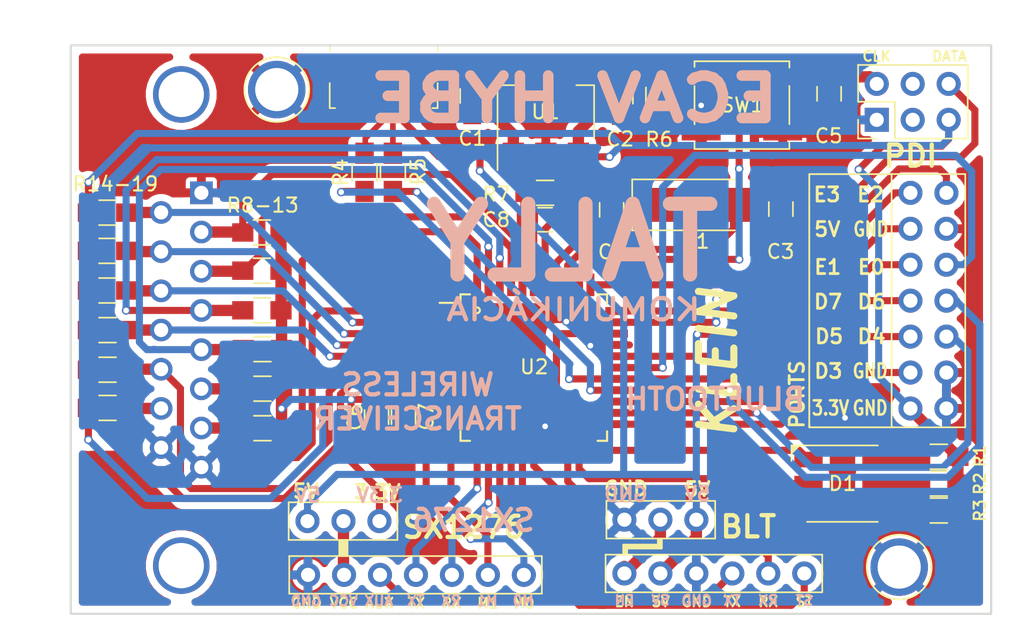
<source format=kicad_pcb>
(kicad_pcb (version 4) (host pcbnew 4.0.7)
  (layers (0 F.Cu signal) (31 B.Cu signal hide) (34 B.Paste user) (35 F.Paste user) (36 B.SilkS user hide) (37 F.SilkS user) (38 B.Mask user) (39 F.Mask user) (44 Edge.Cuts user))
  (net 0 "")
  (net 1 +5V)
  (net 2 GND)
  (net 3 +3V3)
  (net 4 "Net-(C3-Pad2)")
  (net 5 "Net-(C4-Pad2)")
  (net 6 PDI_CLK)
  (net 7 "Net-(C8-Pad1)")
  (net 8 B_LED)
  (net 9 G_LED)
  (net 10 R_LED)
  (net 11 "Net-(D1-Pad4)")
  (net 12 "Net-(D1-Pad5)")
  (net 13 "Net-(D1-Pad6)")
  (net 14 PE3)
  (net 15 PE2)
  (net 16 PE1)
  (net 17 PE0)
  (net 18 PD7)
  (net 19 PD6)
  (net 20 PD5)
  (net 21 PD4)
  (net 22 PD3)
  (net 23 PDI_DATA)
  (net 24 "Net-(J2-Pad3)")
  (net 25 "Net-(J2-Pad4)")
  (net 26 "Net-(J3-Pad2)")
  (net 27 "Net-(J3-Pad3)")
  (net 28 "Net-(J3-Pad4)")
  (net 29 STATE_BLT)
  (net 30 RX_BLT)
  (net 31 TX_BLT)
  (net 32 "Net-(J4-Pad6)")
  (net 33 /R1)
  (net 34 /R2)
  (net 35 /R3)
  (net 36 /R4)
  (net 37 /R5)
  (net 38 /R6)
  (net 39 /L1)
  (net 40 /L2)
  (net 41 /L3)
  (net 42 /L4)
  (net 43 /L5)
  (net 44 /L6)
  (net 45 M0_LORA)
  (net 46 M1_LORA)
  (net 47 RX_LORA)
  (net 48 TX_LORA)
  (net 49 AUX_LORA)
  (net 50 "Net-(J6-Pad6)")
  (module DSUB-moj:DSUB-15_Female_Horizontal_P2.77x2.84mm_EdgePinOffset7.70mm_Housed_MountingHolesOffset9.12mm (layer B.Cu) (at 39.22 134.85 90)
    (fp_text reference "" (at -9.695 2.8 90) (layer B.SilkS) (effects (justify mirror)))
    (fp_text value TALLY)
    (pad 1 thru_hole rect (at 0 0 90) (size 1.6 1.6) (drill 1) (layers *.Cu *.Mask) (net 2 GND))
    (pad 2 thru_hole circle (at -2.77 0 90) (size 1.6 1.6) (drill 1) (layers *.Cu *.Mask) (net 33 /R1))
    (pad 3 thru_hole circle (at -5.54 0 90) (size 1.6 1.6) (drill 1) (layers *.Cu *.Mask) (net 34 /R2))
    (pad 4 thru_hole circle (at -8.31 0 90) (size 1.6 1.6) (drill 1) (layers *.Cu *.Mask) (net 35 /R3))
    (pad 5 thru_hole circle (at -11.08 0 90) (size 1.6 1.6) (drill 1) (layers *.Cu *.Mask) (net 36 /R4))
    (pad 6 thru_hole circle (at -13.85 0 90) (size 1.6 1.6) (drill 1) (layers *.Cu *.Mask) (net 37 /R5))
    (pad 7 thru_hole circle (at -16.62 0 90) (size 1.6 1.6) (drill 1) (layers *.Cu *.Mask) (net 38 /R6))
    (pad 8 thru_hole circle (at -19.39 0 90) (size 1.6 1.6) (drill 1) (layers *.Cu *.Mask) (net 2 GND))
    (pad 9 thru_hole circle (at -1.385 -2.84 90) (size 1.6 1.6) (drill 1) (layers *.Cu *.Mask) (net 39 /L1))
    (pad 10 thru_hole circle (at -4.155 -2.84 90) (size 1.6 1.6) (drill 1) (layers *.Cu *.Mask) (net 40 /L2))
    (pad 11 thru_hole circle (at -6.925 -2.84 90) (size 1.6 1.6) (drill 1) (layers *.Cu *.Mask) (net 41 /L3))
    (pad 12 thru_hole circle (at -9.695 -2.84 90) (size 1.6 1.6) (drill 1) (layers *.Cu *.Mask) (net 42 /L4))
    (pad 13 thru_hole circle (at -12.465 -2.84 90) (size 1.6 1.6) (drill 1) (layers *.Cu *.Mask) (net 43 /L5))
    (pad 14 thru_hole circle (at -15.235 -2.84 90) (size 1.6 1.6) (drill 1) (layers *.Cu *.Mask) (net 44 /L6))
    (pad 15 thru_hole circle (at -18.005 -2.84 90) (size 1.6 1.6) (drill 1) (layers *.Cu *.Mask) (net 2 GND))
    (pad 0 thru_hole circle (at -26.345 -1.42 90) (size 4 4) (drill 3.2) (layers *.Cu *.Mask))
    (pad 0 thru_hole circle (at 6.955 -1.42 90) (size 4 4) (drill 3.2) (layers *.Cu *.Mask))
  )
  (module Connectors:1pin (layer F.Cu) (at 44.545 127.55)
    (fp_text reference "" (at 0 -3.048) (layer F.SilkS))
    (fp_text value 1pin)
    (pad 1 thru_hole circle (at 0 0) (size 4.064 4.064) (drill 3.048) (layers *.Cu *.Mask) (net 2 GND))
  )
  (module Connectors:1pin (layer F.Cu) (at 88.5 161.3)
    (fp_text reference " " (at 0 -3.048) (layer F.SilkS))
    (fp_text value 1pin)
    (pad 1 thru_hole circle (at 0 0) (size 4.064 4.064) (drill 3.048) (layers *.Cu *.Mask) (net 2 GND))
  )
  (module Crystals:Crystal_SMD_5032-2pin_5.0x3.2mm_HandSoldering (layer F.Cu) (at 74.195 135.7)
    (fp_text reference Y1 (at 0.005 2.575) (layer F.SilkS))
    (fp_text value Crystal)
    (pad 1 smd rect (at -2.6 0) (size 3.5 2.4) (layers F.Cu F.Paste F.Mask) (net 5 "Net-(C4-Pad2)"))
    (pad 2 smd rect (at 2.6 0) (size 3.5 2.4) (layers F.Cu F.Paste F.Mask) (net 4 "Net-(C3-Pad2)"))
  )
  (module TO_SOT_Packages_SMD:SOT-223-3_TabPin2 (layer F.Cu) (at 63.545 129.15 90)
    (fp_text reference U1 (at 0.025 -0.02 180) (layer F.SilkS))
    (fp_text value "SOT 233")
    (pad 2 smd rect (at 3.15 0 90) (size 2 3.8) (layers F.Cu F.Paste F.Mask) (net 2 GND))
    (pad 2 smd rect (at -3.15 0 90) (size 2 1.5) (layers F.Cu F.Paste F.Mask) (net 2 GND))
    (pad 3 smd rect (at -3.15 2.3 90) (size 2 1.5) (layers F.Cu F.Paste F.Mask) (net 3 +3V3))
    (pad 1 smd rect (at -3.15 -2.3 90) (size 2 1.5) (layers F.Cu F.Paste F.Mask) (net 1 +5V))
  )
  (module Buttons_Switches_SMD:SW_SPST_EVQP0 (layer F.Cu) (at 77.395 128.65 180)
    (fp_text reference SW1 (at -0.03 0 180) (layer F.SilkS))
    (fp_text value RESET)
    (pad 1 smd rect (at 2.88 -2 180) (size 2.75 1) (layers F.Cu F.Paste F.Mask) (net 2 GND))
    (pad 1 smd rect (at -2.88 -2 180) (size 2.75 1) (layers F.Cu F.Paste F.Mask) (net 2 GND))
    (pad 2 smd rect (at -2.88 2 180) (size 2.75 1) (layers F.Cu F.Paste F.Mask) (net 6 PDI_CLK))
    (pad 2 smd rect (at 2.88 2 180) (size 2.75 1) (layers F.Cu F.Paste F.Mask) (net 6 PDI_CLK))
  )
  (module Resistors_SMD:R_0805_HandSoldering (layer F.Cu) (at 32.595 150.05)
    (fp_text reference "" (at 0 -1.7) (layer F.SilkS))
    (fp_text value R)
    (pad 1 smd rect (at -1.35 0) (size 1.5 1.3) (layers F.Cu F.Paste F.Mask) (net 3 +3V3))
    (pad 2 smd rect (at 1.35 0) (size 1.5 1.3) (layers F.Cu F.Paste F.Mask) (net 44 /L6))
  )
  (module Resistors_SMD:R_0805_HandSoldering (layer F.Cu) (at 32.595 147.35)
    (fp_text reference "" (at 0 -1.7) (layer F.SilkS))
    (fp_text value R)
    (pad 1 smd rect (at -1.35 0) (size 1.5 1.3) (layers F.Cu F.Paste F.Mask) (net 3 +3V3))
    (pad 2 smd rect (at 1.35 0) (size 1.5 1.3) (layers F.Cu F.Paste F.Mask) (net 43 /L5))
  )
  (module Resistors_SMD:R_0805_HandSoldering (layer F.Cu) (at 32.595 144.55)
    (fp_text reference "" (at 0 -1.7) (layer F.SilkS))
    (fp_text value R)
    (pad 1 smd rect (at -1.35 0) (size 1.5 1.3) (layers F.Cu F.Paste F.Mask) (net 3 +3V3))
    (pad 2 smd rect (at 1.35 0) (size 1.5 1.3) (layers F.Cu F.Paste F.Mask) (net 42 /L4))
  )
  (module Resistors_SMD:R_0805_HandSoldering (layer F.Cu) (at 32.595 141.75)
    (fp_text reference "" (at 0 -1.7) (layer F.SilkS))
    (fp_text value R)
    (pad 1 smd rect (at -1.35 0) (size 1.5 1.3) (layers F.Cu F.Paste F.Mask) (net 3 +3V3))
    (pad 2 smd rect (at 1.35 0) (size 1.5 1.3) (layers F.Cu F.Paste F.Mask) (net 41 /L3))
  )
  (module Resistors_SMD:R_0805_HandSoldering (layer F.Cu) (at 32.595 138.95)
    (fp_text reference "" (at 0 -1.7) (layer F.SilkS))
    (fp_text value R)
    (pad 1 smd rect (at -1.35 0) (size 1.5 1.3) (layers F.Cu F.Paste F.Mask) (net 3 +3V3))
    (pad 2 smd rect (at 1.35 0) (size 1.5 1.3) (layers F.Cu F.Paste F.Mask) (net 40 /L2))
  )
  (module Resistors_SMD:R_0805_HandSoldering (layer F.Cu) (at 32.595 136.25)
    (fp_text reference R14-19 (at 0.555 -2.025) (layer F.SilkS))
    (fp_text value R)
    (pad 1 smd rect (at -1.35 0) (size 1.5 1.3) (layers F.Cu F.Paste F.Mask) (net 3 +3V3))
    (pad 2 smd rect (at 1.35 0) (size 1.5 1.3) (layers F.Cu F.Paste F.Mask) (net 39 /L1))
  )
  (module Resistors_SMD:R_0805_HandSoldering (layer F.Cu) (at 43.532 151.485 180)
    (fp_text reference "" (at 0 -1.7 180) (layer F.SilkS))
    (fp_text value R)
    (pad 1 smd rect (at -1.35 0 180) (size 1.5 1.3) (layers F.Cu F.Paste F.Mask) (net 3 +3V3))
    (pad 2 smd rect (at 1.35 0 180) (size 1.5 1.3) (layers F.Cu F.Paste F.Mask) (net 38 /R6))
  )
  (module Resistors_SMD:R_0805_HandSoldering (layer F.Cu) (at 43.532 148.691 180)
    (fp_text reference "" (at 0 -1.7 180) (layer F.SilkS))
    (fp_text value R)
    (pad 1 smd rect (at -1.35 0 180) (size 1.5 1.3) (layers F.Cu F.Paste F.Mask) (net 3 +3V3))
    (pad 2 smd rect (at 1.35 0 180) (size 1.5 1.3) (layers F.Cu F.Paste F.Mask) (net 37 /R5))
  )
  (module Resistors_SMD:R_0805_HandSoldering (layer F.Cu) (at 43.532 145.897 180)
    (fp_text reference "" (at 0 -1.7 180) (layer F.SilkS))
    (fp_text value R)
    (pad 1 smd rect (at -1.35 0 180) (size 1.5 1.3) (layers F.Cu F.Paste F.Mask) (net 3 +3V3))
    (pad 2 smd rect (at 1.35 0 180) (size 1.5 1.3) (layers F.Cu F.Paste F.Mask) (net 36 /R4))
  )
  (module Resistors_SMD:R_0805_HandSoldering (layer F.Cu) (at 43.495 143.15 180)
    (fp_text reference "" (at 0 -1.7 180) (layer F.SilkS))
    (fp_text value R)
    (pad 1 smd rect (at -1.35 0 180) (size 1.5 1.3) (layers F.Cu F.Paste F.Mask) (net 3 +3V3))
    (pad 2 smd rect (at 1.35 0 180) (size 1.5 1.3) (layers F.Cu F.Paste F.Mask) (net 35 /R3))
  )
  (module Resistors_SMD:R_0805_HandSoldering (layer F.Cu) (at 43.495 140.35 180)
    (fp_text reference "" (at 0 -1.7 180) (layer F.SilkS))
    (fp_text value R)
    (pad 1 smd rect (at -1.35 0 180) (size 1.5 1.3) (layers F.Cu F.Paste F.Mask) (net 3 +3V3))
    (pad 2 smd rect (at 1.35 0 180) (size 1.5 1.3) (layers F.Cu F.Paste F.Mask) (net 34 /R2))
  )
  (module Resistors_SMD:R_0805_HandSoldering (layer F.Cu) (at 43.495 137.65 180)
    (fp_text reference R8-13 (at -0.055 1.925 180) (layer F.SilkS))
    (fp_text value 4k7)
    (pad 1 smd rect (at -1.35 0 180) (size 1.5 1.3) (layers F.Cu F.Paste F.Mask) (net 3 +3V3))
    (pad 2 smd rect (at 1.35 0 180) (size 1.5 1.3) (layers F.Cu F.Paste F.Mask) (net 33 /R1))
  )
  (module Resistors_SMD:R_0805_HandSoldering (layer F.Cu) (at 63.495 134.85)
    (fp_text reference R7 (at -3.445 0.1) (layer F.SilkS))
    (fp_text value 100R)
    (pad 1 smd rect (at -1.35 0) (size 1.5 1.3) (layers F.Cu F.Paste F.Mask) (net 7 "Net-(C8-Pad1)"))
    (pad 2 smd rect (at 1.35 0) (size 1.5 1.3) (layers F.Cu F.Paste F.Mask) (net 3 +3V3))
  )
  (module Resistors_SMD:R_0805_HandSoldering (layer F.Cu) (at 71.495 128 90)
    (fp_text reference R6 (at -3.075 0.055 180) (layer F.SilkS))
    (fp_text value M1)
    (pad 1 smd rect (at -1.35 0 90) (size 1.5 1.3) (layers F.Cu F.Paste F.Mask) (net 3 +3V3))
    (pad 2 smd rect (at 1.35 0 90) (size 1.5 1.3) (layers F.Cu F.Paste F.Mask) (net 6 PDI_CLK))
  )
  (module Resistors_SMD:R_0805_HandSoldering (layer F.Cu) (at 52.745 133.4 90)
    (fp_text reference R5 (at 0.05 1.78 90) (layer F.SilkS))
    (fp_text value R)
    (pad 1 smd rect (at -1.35 0 90) (size 1.5 1.3) (layers F.Cu F.Paste F.Mask) (net 19 PD6))
    (pad 2 smd rect (at 1.35 0 90) (size 1.5 1.3) (layers F.Cu F.Paste F.Mask) (net 26 "Net-(J3-Pad2)"))
  )
  (module Resistors_SMD:R_0805_HandSoldering (layer F.Cu) (at 50.745 133.4 90)
    (fp_text reference R4 (at 0 -1.7 90) (layer F.SilkS))
    (fp_text value R)
    (pad 1 smd rect (at -1.35 0 90) (size 1.5 1.3) (layers F.Cu F.Paste F.Mask) (net 18 PD7))
    (pad 2 smd rect (at 1.35 0 90) (size 1.5 1.3) (layers F.Cu F.Paste F.Mask) (net 27 "Net-(J3-Pad3)"))
  )
  (module Resistors_SMD:R_0805_HandSoldering (layer F.Cu) (at 91.295 157.3)
    (fp_text reference R3 (at 2.905 0 90) (layer F.SilkS) (effects (font (size 0.8 0.8))))
    (fp_text value R)
    (pad 1 smd rect (at -1.35 0) (size 1.5 1.3) (layers F.Cu F.Paste F.Mask) (net 11 "Net-(D1-Pad4)"))
    (pad 2 smd rect (at 1.35 0) (size 1.5 1.3) (layers F.Cu F.Paste F.Mask) (net 3 +3V3))
  )
  (module Resistors_SMD:R_0805_HandSoldering (layer F.Cu) (at 91.295 155.4)
    (fp_text reference R2 (at 2.905 0 90) (layer F.SilkS) (effects (font (size 0.8 0.8))))
    (fp_text value R)
    (pad 1 smd rect (at -1.35 0) (size 1.5 1.3) (layers F.Cu F.Paste F.Mask) (net 12 "Net-(D1-Pad5)"))
    (pad 2 smd rect (at 1.35 0) (size 1.5 1.3) (layers F.Cu F.Paste F.Mask) (net 3 +3V3))
  )
  (module Resistors_SMD:R_0805_HandSoldering (layer F.Cu) (at 91.295 153.5)
    (fp_text reference R1 (at 2.905 -0.05 90) (layer F.SilkS) (effects (font (size 0.8 0.8))))
    (fp_text value R)
    (pad 1 smd rect (at -1.35 0) (size 1.5 1.3) (layers F.Cu F.Paste F.Mask) (net 13 "Net-(D1-Pad6)"))
    (pad 2 smd rect (at 1.35 0) (size 1.5 1.3) (layers F.Cu F.Paste F.Mask) (net 3 +3V3))
  )
  (module Connectors_USB:USB_Micro-B_Molex_47346-0001 (layer F.Cu) (at 52.095 125.95 180)
    (fp_text reference " " (at 0 -4.5 360) (layer F.SilkS))
    (fp_text value USB_OTG)
    (pad 1 smd rect (at -1.3 -2.66 180) (size 0.45 1.38) (layers F.Cu F.Paste F.Mask) (net 1 +5V))
    (pad 2 smd rect (at -0.65 -2.66 180) (size 0.45 1.38) (layers F.Cu F.Paste F.Mask) (net 26 "Net-(J3-Pad2)"))
    (pad 3 smd rect (at 0 -2.66 180) (size 0.45 1.38) (layers F.Cu F.Paste F.Mask) (net 27 "Net-(J3-Pad3)"))
    (pad 4 smd rect (at 0.65 -2.66 180) (size 0.45 1.38) (layers F.Cu F.Paste F.Mask) (net 28 "Net-(J3-Pad4)"))
    (pad 5 smd rect (at 1.3 -2.66 180) (size 0.45 1.38) (layers F.Cu F.Paste F.Mask) (net 2 GND))
    (pad 6 smd rect (at -2.4625 -2.3 180) (size 1.475 2.1) (layers F.Cu F.Paste F.Mask) (net 2 GND))
    (pad 6 smd rect (at 2.4625 -2.3 180) (size 1.475 2.1) (layers F.Cu F.Paste F.Mask) (net 2 GND))
    (pad 6 smd rect (at -2.91 0 180) (size 2.375 1.9) (layers F.Cu F.Paste F.Mask) (net 2 GND))
    (pad 6 smd rect (at 2.91 0 180) (size 2.375 1.9) (layers F.Cu F.Paste F.Mask) (net 2 GND))
    (pad 6 smd rect (at -0.84 0 180) (size 1.175 1.9) (layers F.Cu F.Paste F.Mask) (net 2 GND))
    (pad 6 smd rect (at 0.84 0 180) (size 1.175 1.9) (layers F.Cu F.Paste F.Mask) (net 2 GND))
  )
  (module LED_SMD:LED_RGB_5050-6 (layer F.Cu) (at 84.495 155.4)
    (fp_text reference D1 (at 0 0 180) (layer F.SilkS))
    (fp_text value LED_RGB)
    (pad 1 smd rect (at -2.4 -1.7 90) (size 1.1 2) (layers F.Cu F.Paste F.Mask) (net 8 B_LED))
    (pad 2 smd rect (at -2.4 0 90) (size 1.1 2) (layers F.Cu F.Paste F.Mask) (net 9 G_LED))
    (pad 3 smd rect (at -2.4 1.7 90) (size 1.1 2) (layers F.Cu F.Paste F.Mask) (net 10 R_LED))
    (pad 4 smd rect (at 2.4 1.7 90) (size 1.1 2) (layers F.Cu F.Paste F.Mask) (net 11 "Net-(D1-Pad4)"))
    (pad 5 smd rect (at 2.4 0 90) (size 1.1 2) (layers F.Cu F.Paste F.Mask) (net 12 "Net-(D1-Pad5)"))
    (pad 6 smd rect (at 2.4 -1.7 90) (size 1.1 2) (layers F.Cu F.Paste F.Mask) (net 13 "Net-(D1-Pad6)"))
  )
  (module Capacitors_SMD:C_0805_HandSoldering (layer F.Cu) (at 63.495 136.75)
    (fp_text reference C8 (at -3.445 0) (layer F.SilkS))
    (fp_text value M1)
    (pad 1 smd rect (at -1.25 0) (size 1.5 1.25) (layers F.Cu F.Paste F.Mask) (net 7 "Net-(C8-Pad1)"))
    (pad 2 smd rect (at 1.25 0) (size 1.5 1.25) (layers F.Cu F.Paste F.Mask) (net 2 GND))
  )
  (module Capacitors_SMD:C_0805_HandSoldering (layer F.Cu) (at 53.495 150.7 270)
    (fp_text reference C7 (at -0.025 -1.605 270) (layer F.SilkS))
    (fp_text value M1)
    (pad 1 smd rect (at -1.25 0 270) (size 1.5 1.25) (layers F.Cu F.Paste F.Mask) (net 3 +3V3))
    (pad 2 smd rect (at 1.25 0 270) (size 1.5 1.25) (layers F.Cu F.Paste F.Mask) (net 2 GND))
  )
  (module Capacitors_SMD:C_0805_HandSoldering (layer F.Cu) (at 83.55 127.85 90)
    (fp_text reference C5 (at -2.975 -0.025 360) (layer F.SilkS))
    (fp_text value M1)
    (pad 1 smd rect (at -1.25 0 90) (size 1.5 1.25) (layers F.Cu F.Paste F.Mask) (net 2 GND))
    (pad 2 smd rect (at 1.25 0 90) (size 1.5 1.25) (layers F.Cu F.Paste F.Mask) (net 6 PDI_CLK))
  )
  (module Capacitors_SMD:C_0805_HandSoldering (layer F.Cu) (at 68.195 136.05 270)
    (fp_text reference C4 (at 2.975 -0.005 360) (layer F.SilkS))
    (fp_text value C)
    (pad 1 smd rect (at -1.25 0 270) (size 1.5 1.25) (layers F.Cu F.Paste F.Mask) (net 2 GND))
    (pad 2 smd rect (at 1.25 0 270) (size 1.5 1.25) (layers F.Cu F.Paste F.Mask) (net 5 "Net-(C4-Pad2)"))
  )
  (module Capacitors_SMD:C_0805_HandSoldering (layer F.Cu) (at 80.145 136 90)
    (fp_text reference C3 (at -3 -0.02 180) (layer F.SilkS))
    (fp_text value C)
    (pad 1 smd rect (at -1.25 0 90) (size 1.5 1.25) (layers F.Cu F.Paste F.Mask) (net 2 GND))
    (pad 2 smd rect (at 1.25 0 90) (size 1.5 1.25) (layers F.Cu F.Paste F.Mask) (net 4 "Net-(C3-Pad2)"))
  )
  (module Capacitors_SMD:C_0805_HandSoldering (layer F.Cu) (at 68.845 128.05 90)
    (fp_text reference C2 (at -3 -0.045 180) (layer F.SilkS))
    (fp_text value 22M)
    (pad 1 smd rect (at -1.25 0 90) (size 1.5 1.25) (layers F.Cu F.Paste F.Mask) (net 3 +3V3))
    (pad 2 smd rect (at 1.25 0 90) (size 1.5 1.25) (layers F.Cu F.Paste F.Mask) (net 2 GND))
  )
  (module Capacitors_SMD:C_0805_HandSoldering (layer F.Cu) (at 58.345 128 90)
    (fp_text reference C1 (at -3 0.005 180) (layer F.SilkS))
    (fp_text value M1)
    (pad 1 smd rect (at -1.25 0 90) (size 1.5 1.25) (layers F.Cu F.Paste F.Mask) (net 1 +5V))
    (pad 2 smd rect (at 1.25 0 90) (size 1.5 1.25) (layers F.Cu F.Paste F.Mask) (net 2 GND))
  )
  (module Capacitors_SMD:C_0805_HandSoldering (layer F.Cu) (at 51.595 150.7 270)
    (fp_text reference C6 (at 0 1.52 270) (layer F.SilkS))
    (fp_text value 2M2)
    (pad 1 smd rect (at -1.25 0 270) (size 1.5 1.25) (layers F.Cu F.Paste F.Mask) (net 3 +3V3))
    (pad 2 smd rect (at 1.25 0 270) (size 1.5 1.25) (layers F.Cu F.Paste F.Mask) (net 2 GND))
  )
  (module PIN3:PIN_3_moj (layer F.Cu) (at 51.795 158.05 270)
    (fp_text reference " " (at 0.175 -2.58 270) (layer F.SilkS))
    (fp_text value Jumper)
    (pad 1 thru_hole circle (at 0 0 270) (size 1.7 1.7) (drill 1) (layers *.Cu *.Mask) (net 3 +3V3))
    (pad 2 thru_hole oval (at 0 2.54 270) (size 1.7 1.7) (drill 1) (layers *.Cu *.Mask) (net 50 "Net-(J6-Pad6)"))
    (pad 3 thru_hole oval (at 0 5.08 270) (size 1.7 1.7) (drill 1) (layers *.Cu *.Mask) (net 1 +5V))
  )
  (module PIN3:PIN_3_moj (layer F.Cu) (at 69.095 157.95 90)
    (fp_text reference " " (at 0.175 -2.58 90) (layer F.SilkS))
    (fp_text value Jumper)
    (pad 1 thru_hole circle (at 0 0 90) (size 1.7 1.7) (drill 1) (layers *.Cu *.Mask) (net 2 GND))
    (pad 2 thru_hole oval (at 0 2.54 90) (size 1.7 1.7) (drill 1) (layers *.Cu *.Mask) (net 32 "Net-(J4-Pad6)"))
    (pad 3 thru_hole oval (at 0 5.08 90) (size 1.7 1.7) (drill 1) (layers *.Cu *.Mask) (net 1 +5V))
  )
  (module PIN3:PIN_6_moj (layer F.Cu) (at 91.995 127.15 270)
    (fp_text reference " " (at 1.27 -2.33 270) (layer F.SilkS))
    (fp_text value PID)
    (pad 1 thru_hole circle (at 0 0 270) (size 1.7 1.7) (drill 1) (layers *.Cu *.Mask) (net 23 PDI_DATA))
    (pad 2 thru_hole oval (at 2.54 0 270) (size 1.7 1.7) (drill 1) (layers *.Cu *.Mask) (net 3 +3V3))
    (pad 3 thru_hole oval (at 0 2.54 270) (size 1.7 1.7) (drill 1) (layers *.Cu *.Mask) (net 24 "Net-(J2-Pad3)"))
    (pad 4 thru_hole oval (at 2.54 2.54 270) (size 1.7 1.7) (drill 1) (layers *.Cu *.Mask) (net 25 "Net-(J2-Pad4)"))
    (pad 5 thru_hole oval (at 0 5.08 270) (size 1.7 1.7) (drill 1) (layers *.Cu *.Mask) (net 6 PDI_CLK))
    (pad 6 thru_hole rect (at 2.54 5.08 270) (size 1.7 1.7) (drill 1) (layers *.Cu *.Mask) (net 2 GND))
  )
  (module PIN3:PIN_12_moj (layer F.Cu) (at 89.295 134.85)
    (fp_text reference " " (at 1.27 -2.33) (layer F.SilkS))
    (fp_text value Inter)
    (pad 1 thru_hole circle (at 0 0) (size 1.7 1.7) (drill 1) (layers *.Cu *.Mask) (net 14 PE3))
    (pad 2 thru_hole oval (at 2.54 0) (size 1.7 1.7) (drill 1) (layers *.Cu *.Mask) (net 15 PE2))
    (pad 3 thru_hole oval (at 0 2.54) (size 1.7 1.7) (drill 1) (layers *.Cu *.Mask) (net 1 +5V))
    (pad 4 thru_hole oval (at 2.54 2.54) (size 1.7 1.7) (drill 1) (layers *.Cu *.Mask) (net 2 GND))
    (pad 5 thru_hole oval (at 0 5.08) (size 1.7 1.7) (drill 1) (layers *.Cu *.Mask) (net 16 PE1))
    (pad 6 thru_hole oval (at 2.54 5.08) (size 1.7 1.7) (drill 1) (layers *.Cu *.Mask) (net 17 PE0))
    (pad 7 thru_hole oval (at 0 7.62) (size 1.7 1.7) (drill 1) (layers *.Cu *.Mask) (net 18 PD7))
    (pad 8 thru_hole oval (at 2.54 7.62) (size 1.7 1.7) (drill 1) (layers *.Cu *.Mask) (net 19 PD6))
    (pad 9 thru_hole oval (at 0 10.16) (size 1.7 1.7) (drill 1) (layers *.Cu *.Mask) (net 20 PD5))
    (pad 10 thru_hole oval (at 2.54 10.16) (size 1.7 1.7) (drill 1) (layers *.Cu *.Mask) (net 21 PD4))
    (pad 11 thru_hole oval (at 0 12.7) (size 1.7 1.7) (drill 1) (layers *.Cu *.Mask) (net 22 PD3))
    (pad 12 thru_hole oval (at 2.54 12.7) (size 1.7 1.7) (drill 1) (layers *.Cu *.Mask) (net 2 GND))
    (pad 13 thru_hole oval (at 0 15.24) (size 1.7 1.7) (drill 1) (layers *.Cu *.Mask) (net 3 +3V3))
    (pad 14 thru_hole oval (at 2.54 15.24) (size 1.7 1.7) (drill 1) (layers *.Cu *.Mask) (net 2 GND))
  )
  (module PIN3:CPU_moj (layer F.Cu) (at 62.695 147.2)
    (fp_text reference U2 (at 0.03 -0.05) (layer F.SilkS))
    (fp_text value ATXMEGA128A4-AU)
    (pad 1 smd rect (at -5.85 -4) (size 1.6 0.56) (layers F.Cu F.Paste F.Mask) (net 38 /R6))
    (pad 2 smd rect (at -5.85 -3.2) (size 1.6 0.56) (layers F.Cu F.Paste F.Mask) (net 39 /L1))
    (pad 3 smd rect (at -5.85 -2.4) (size 1.6 0.56) (layers F.Cu F.Paste F.Mask) (net 40 /L2))
    (pad 4 smd rect (at -5.85 -1.6) (size 1.6 0.56) (layers F.Cu F.Paste F.Mask) (net 41 /L3))
    (pad 5 smd rect (at -5.85 -0.8) (size 1.6 0.56) (layers F.Cu F.Paste F.Mask) (net 42 /L4))
    (pad 6 smd rect (at -5.85 0) (size 1.6 0.56) (layers F.Cu F.Paste F.Mask) (net 43 /L5))
    (pad 7 smd rect (at -5.85 0.8) (size 1.6 0.56) (layers F.Cu F.Paste F.Mask) (net 44 /L6))
    (pad 8 smd rect (at -5.85 1.6) (size 1.6 0.56) (layers F.Cu F.Paste F.Mask) (net 2 GND))
    (pad 9 smd rect (at -5.85 2.4) (size 1.6 0.56) (layers F.Cu F.Paste F.Mask) (net 3 +3V3))
    (pad 10 smd rect (at -5.85 3.2) (size 1.6 0.56) (layers F.Cu F.Paste F.Mask) (net 45 M0_LORA))
    (pad 11 smd rect (at -5.85 4) (size 1.6 0.56) (layers F.Cu F.Paste F.Mask) (net 46 M1_LORA))
    (pad 12 smd rect (at -4 5.85 90) (size 1.6 0.56) (layers F.Cu F.Paste F.Mask) (net 48 TX_LORA))
    (pad 13 smd rect (at -3.2 5.85 90) (size 1.6 0.56) (layers F.Cu F.Paste F.Mask) (net 47 RX_LORA))
    (pad 14 smd rect (at -2.4 5.85 90) (size 1.6 0.56) (layers F.Cu F.Paste F.Mask) (net 49 AUX_LORA))
    (pad 15 smd rect (at -1.6 5.85 90) (size 1.6 0.56) (layers F.Cu F.Paste F.Mask) (net 29 STATE_BLT))
    (pad 16 smd rect (at -0.8 5.85 90) (size 1.6 0.56) (layers F.Cu F.Paste F.Mask) (net 31 TX_BLT))
    (pad 17 smd rect (at 0 5.85 90) (size 1.6 0.56) (layers F.Cu F.Paste F.Mask) (net 30 RX_BLT))
    (pad 18 smd rect (at 0.8 5.85 90) (size 1.6 0.56) (layers F.Cu F.Paste F.Mask) (net 2 GND))
    (pad 19 smd rect (at 1.6 5.85 90) (size 1.6 0.56) (layers F.Cu F.Paste F.Mask) (net 3 +3V3))
    (pad 20 smd rect (at 2.4 5.85 90) (size 1.6 0.56) (layers F.Cu F.Paste F.Mask) (net 10 R_LED))
    (pad 21 smd rect (at 3.2 5.85 90) (size 1.6 0.56) (layers F.Cu F.Paste F.Mask) (net 9 G_LED))
    (pad 22 smd rect (at 4 5.85 90) (size 1.6 0.56) (layers F.Cu F.Paste F.Mask) (net 8 B_LED))
    (pad 23 smd rect (at 5.85 4) (size 1.6 0.56) (layers F.Cu F.Paste F.Mask) (net 22 PD3))
    (pad 24 smd rect (at 5.85 3.2) (size 1.6 0.56) (layers F.Cu F.Paste F.Mask) (net 21 PD4))
    (pad 25 smd rect (at 5.85 2.4) (size 1.6 0.56) (layers F.Cu F.Paste F.Mask) (net 20 PD5))
    (pad 26 smd rect (at 5.85 1.6) (size 1.6 0.56) (layers F.Cu F.Paste F.Mask) (net 19 PD6))
    (pad 27 smd rect (at 5.85 0.8) (size 1.6 0.56) (layers F.Cu F.Paste F.Mask) (net 18 PD7))
    (pad 28 smd rect (at 5.85 0) (size 1.6 0.56) (layers F.Cu F.Paste F.Mask) (net 17 PE0))
    (pad 29 smd rect (at 5.85 -0.8) (size 1.6 0.56) (layers F.Cu F.Paste F.Mask) (net 16 PE1))
    (pad 30 smd rect (at 5.85 -1.6) (size 1.6 0.56) (layers F.Cu F.Paste F.Mask) (net 2 GND))
    (pad 31 smd rect (at 5.85 -2.4) (size 1.6 0.56) (layers F.Cu F.Paste F.Mask) (net 3 +3V3))
    (pad 32 smd rect (at 5.85 -3.2) (size 1.6 0.56) (layers F.Cu F.Paste F.Mask) (net 15 PE2))
    (pad 33 smd rect (at 5.85 -4) (size 1.6 0.56) (layers F.Cu F.Paste F.Mask) (net 14 PE3))
    (pad 34 smd rect (at 4 -5.85 90) (size 1.6 0.56) (layers F.Cu F.Paste F.Mask) (net 23 PDI_DATA))
    (pad 35 smd rect (at 3.2 -5.85 90) (size 1.6 0.56) (layers F.Cu F.Paste F.Mask) (net 6 PDI_CLK))
    (pad 36 smd rect (at 2.4 -5.85 90) (size 1.6 0.56) (layers F.Cu F.Paste F.Mask) (net 4 "Net-(C3-Pad2)"))
    (pad 37 smd rect (at 1.6 -5.85 90) (size 1.6 0.56) (layers F.Cu F.Paste F.Mask) (net 5 "Net-(C4-Pad2)"))
    (pad 38 smd rect (at 0.8 -5.85 90) (size 1.6 0.56) (layers F.Cu F.Paste F.Mask) (net 2 GND))
    (pad 39 smd rect (at 0 -5.85 90) (size 1.6 0.56) (layers F.Cu F.Paste F.Mask) (net 7 "Net-(C8-Pad1)"))
    (pad 40 smd rect (at -0.8 -5.85 90) (size 1.6 0.56) (layers F.Cu F.Paste F.Mask) (net 33 /R1))
    (pad 41 smd rect (at -1.6 -5.85 90) (size 1.6 0.56) (layers F.Cu F.Paste F.Mask) (net 34 /R2))
    (pad 42 smd rect (at -2.4 -5.85 90) (size 1.6 0.56) (layers F.Cu F.Paste F.Mask) (net 35 /R3))
    (pad 43 smd rect (at -3.2 -5.85 90) (size 1.6 0.56) (layers F.Cu F.Paste F.Mask) (net 36 /R4))
    (pad 44 smd rect (at -4 -5.85 90) (size 1.6 0.56) (layers F.Cu F.Paste F.Mask) (net 37 /R5))
  )
  (module PIN3:PIN_6_moj (layer F.Cu) (at 81.795 161.75 270)
    (fp_text reference " " (at 0 -2.33 270) (layer F.SilkS))
    (fp_text value BLUETOOTH)
    (pad 1 thru_hole circle (at 0 0 270) (size 1.7 1.7) (drill 1) (layers *.Cu *.Mask) (net 29 STATE_BLT))
    (pad 2 thru_hole oval (at 0 2.54 270) (size 1.7 1.7) (drill 1) (layers *.Cu *.Mask) (net 30 RX_BLT))
    (pad 3 thru_hole oval (at 0 5.08 270) (size 1.7 1.7) (drill 1) (layers *.Cu *.Mask) (net 31 TX_BLT))
    (pad 4 thru_hole oval (at 0 7.62 270) (size 1.7 1.7) (drill 1) (layers *.Cu *.Mask) (net 2 GND))
    (pad 5 thru_hole oval (at 0 10.16 270) (size 1.7 1.7) (drill 1) (layers *.Cu *.Mask) (net 1 +5V))
    (pad 6 thru_hole oval (at 0 12.7 270) (size 1.7 1.7) (drill 1) (layers *.Cu *.Mask) (net 32 "Net-(J4-Pad6)"))
  )
  (module PIN3:PIN_7_moj (layer F.Cu) (at 61.995 161.85 270)
    (fp_text reference " " (at 0 -2.33 270) (layer F.SilkS))
    (fp_text value "LoRa - SX1276")
    (pad 1 thru_hole circle (at 0 0 270) (size 1.7 1.7) (drill 1) (layers *.Cu *.Mask) (net 45 M0_LORA))
    (pad 2 thru_hole oval (at 0 2.54 270) (size 1.7 1.7) (drill 1) (layers *.Cu *.Mask) (net 46 M1_LORA))
    (pad 3 thru_hole oval (at 0 5.08 270) (size 1.7 1.7) (drill 1) (layers *.Cu *.Mask) (net 47 RX_LORA))
    (pad 4 thru_hole oval (at 0 7.62 270) (size 1.7 1.7) (drill 1) (layers *.Cu *.Mask) (net 48 TX_LORA))
    (pad 5 thru_hole oval (at 0 10.16 270) (size 1.7 1.7) (drill 1) (layers *.Cu *.Mask) (net 49 AUX_LORA))
    (pad 6 thru_hole oval (at 0 12.7 270) (size 1.7 1.7) (drill 1) (layers *.Cu *.Mask) (net 50 "Net-(J6-Pad6)"))
    (pad 7 thru_hole oval (at 0 15.24 270) (size 1.7 1.7) (drill 1) (layers *.Cu *.Mask) (net 2 GND))
  )
  (gr_text KOMUNIKÁCIA (at 65.5 143.11) (layer B.SilkS) (effects (font (size 1.5 1.8) (thickness 0.3)) (justify mirror)))
  (gr_text TALLY (at 65.4 138.36) (layer B.SilkS) (effects (font (size 5 5) (thickness 1)) (justify mirror)))
  (gr_text "ECAV HYBE" (at 65.55 128.21) (layer B.SilkS) (effects (font (size 3 3.5) (thickness 0.75)) (justify mirror)))
  (gr_text "WIRELESS\nTRANSCEIVER" (at 54.5 149.62) (layer B.SilkS) (effects (font (size 1.5 1.5) (thickness 0.3)) (justify mirror)))
  (gr_text ST (at 81.8 163.656) (layer B.SilkS) (effects (font (size 0.7 0.7)) (justify mirror)))
  (gr_text RX (at 79.25 163.656) (layer B.SilkS) (effects (font (size 0.7 0.7)) (justify mirror)))
  (gr_text TX (at 76.7 163.656) (layer B.SilkS) (effects (font (size 0.7 0.7)) (justify mirror)))
  (gr_text GND (at 74.2 163.656) (layer B.SilkS) (effects (font (size 0.7 0.7)) (justify mirror)))
  (gr_text 5V (at 71.65 163.656) (layer B.SilkS) (effects (font (size 0.7 0.7)) (justify mirror)))
  (gr_text "EN\n" (at 69.1 163.656) (layer B.SilkS) (effects (font (size 0.7 0.7)) (justify mirror)))
  (gr_text BLUETOOTH (at 75.5 149.44) (layer B.SilkS) (effects (font (size 1.5 1.5) (thickness 0.3)) (justify mirror)))
  (gr_text "5V\n" (at 74.25 156.112) (layer B.SilkS) (effects (font (size 1 1) (thickness 0.2)) (justify mirror)))
  (gr_text GND (at 69.2 156.162) (layer B.SilkS) (effects (font (size 1 1) (thickness 0.2)) (justify mirror)))
  (gr_text M0 (at 61.95 163.68) (layer B.SilkS) (effects (font (size 0.7 0.7)) (justify mirror)))
  (gr_text M1 (at 59.4 163.68) (layer B.SilkS) (effects (font (size 0.7 0.7)) (justify mirror)))
  (gr_text RX (at 56.85 163.68) (layer B.SilkS) (effects (font (size 0.7 0.7)) (justify mirror)))
  (gr_text TX (at 54.35 163.68) (layer B.SilkS) (effects (font (size 0.7 0.7)) (justify mirror)))
  (gr_text AUX (at 51.75 163.68) (layer B.SilkS) (effects (font (size 0.7 0.7)) (justify mirror)))
  (gr_text VCC (at 49.25 163.68) (layer B.SilkS) (effects (font (size 0.7 0.7)) (justify mirror)))
  (gr_text GND (at 46.6 163.68) (layer B.SilkS) (effects (font (size 0.7 0.7)) (justify mirror)))
  (gr_text SX1276 (at 58.44 158) (layer B.SilkS) (effects (font (size 1.5 1.5) (thickness 0.3)) (justify mirror)))
  (gr_text "5V\n" (at 46.736 156.21) (layer B.SilkS) (effects (font (size 1 1) (thickness 0.2)) (justify mirror)))
  (gr_text "3.3V\n" (at 51.816 156.21) (layer B.SilkS) (effects (font (size 1 1) (thickness 0.2)) (justify mirror)))
  (gr_text PORTS (at 81.28 149.098 90) (layer F.SilkS) (effects (font (size 1 1) (thickness 0.2))))
  (gr_text KLEIN (at 75.692 146.812 90) (layer F.SilkS) (effects (font (size 2.5 2.5) (thickness 0.5) italic)))
  (gr_line (start 88.15 151.42) (end 88.15 151.42) (layer F.SilkS) (width 0.125))
  (gr_line (start 82.15 151.42) (end 88.15 151.42) (layer F.SilkS) (width 0.125))
  (gr_line (start 82.15 151.23) (end 82.15 151.42) (layer F.SilkS) (width 0.125))
  (gr_line (start 82.15 133.535) (end 82.15 151.42) (layer F.SilkS) (width 0.125))
  (gr_text 3.3V (at 83.65 150.06) (layer F.SilkS) (effects (font (size 1 0.8) (thickness 0.18))))
  (gr_text GND (at 86.45 150.06) (layer F.SilkS) (effects (font (size 1 0.8) (thickness 0.18))))
  (gr_text D4 (at 86.55 145) (layer F.SilkS) (effects (font (size 1 1) (thickness 0.2))))
  (gr_text "D3\n" (at 83.5 147.45) (layer F.SilkS) (effects (font (size 1 1) (thickness 0.2))))
  (gr_text D5 (at 83.55 145) (layer F.SilkS) (effects (font (size 1 1) (thickness 0.2))))
  (gr_text GND (at 86.45 147.45) (layer F.SilkS) (effects (font (size 1 0.8) (thickness 0.18))))
  (gr_text "E0\n" (at 86.525 140.1) (layer F.SilkS) (effects (font (size 1 1) (thickness 0.2))))
  (gr_text E1 (at 83.45 140.1) (layer F.SilkS) (effects (font (size 1 1) (thickness 0.2))))
  (gr_text D6 (at 86.55 142.55) (layer F.SilkS) (effects (font (size 1 1) (thickness 0.2))))
  (gr_text "D7\n" (at 83.475 142.55) (layer F.SilkS) (effects (font (size 1 1) (thickness 0.2))))
  (gr_text "GND\n" (at 86.5 137.425) (layer F.SilkS) (effects (font (size 1 0.8) (thickness 0.18))))
  (gr_text "5V\n" (at 83.425 137.425) (layer F.SilkS) (effects (font (size 1 1) (thickness 0.2))))
  (gr_text "E2\n" (at 86.475 134.975) (layer F.SilkS) (effects (font (size 1 1) (thickness 0.2))))
  (gr_text E3 (at 83.4 134.975) (layer F.SilkS) (effects (font (size 1 1) (thickness 0.2))))
  (gr_line (start 82.149895 133.525) (end 87.95 133.525) (layer F.SilkS) (width 0.125))
  (gr_text DATA (at 92.05 125.2) (layer F.SilkS) (effects (font (size 0.7 0.7))))
  (gr_text CLK (at 86.9 125.2) (layer F.SilkS) (effects (font (size 0.7 0.7))))
  (gr_text PDI (at 89.3 132.25) (layer F.SilkS) (effects (font (size 1.5 1.5) (thickness 0.3))))
  (gr_text SX1276 (at 57.75 158.490153) (layer F.SilkS) (effects (font (size 1.5 1.5) (thickness 0.3))))
  (gr_text BLT (at 77.85 158.45) (layer F.SilkS) (effects (font (size 1.5 1.5) (thickness 0.3))))
  (gr_line (start 81 152.8) (end 81.1 152.8) (layer F.SilkS) (width 0.2))
  (gr_line (start 80.95 152.95) (end 81 152.8) (layer F.SilkS) (width 0.2))
  (gr_line (start 81.35 152.75) (end 80.95 152.95) (layer F.SilkS) (width 0.2))
  (gr_line (start 80.95 153.15) (end 81.35 152.75) (layer F.SilkS) (width 0.2))
  (gr_text ST (at 81.8 163.75) (layer F.SilkS) (effects (font (size 0.7 0.7))))
  (gr_text RX (at 79.25 163.75) (layer F.SilkS) (effects (font (size 0.7 0.7))))
  (gr_text TX (at 76.7 163.75) (layer F.SilkS) (effects (font (size 0.7 0.7))))
  (gr_text GND (at 74.2 163.75) (layer F.SilkS) (effects (font (size 0.7 0.7))))
  (gr_text "EN\n" (at 69.1 163.75) (layer F.SilkS) (effects (font (size 0.7 0.7))))
  (gr_text 5V (at 71.65 163.75) (layer F.SilkS) (effects (font (size 0.7 0.7))))
  (gr_text VCC (at 49.3 163.85) (layer F.SilkS) (effects (font (size 0.7 0.7))))
  (gr_text M0 (at 62 163.85) (layer F.SilkS) (effects (font (size 0.7 0.7))))
  (gr_text M1 (at 59.45 163.85) (layer F.SilkS) (effects (font (size 0.7 0.7))))
  (gr_text RX (at 56.9 163.85) (layer F.SilkS) (effects (font (size 0.7 0.7))))
  (gr_text TX (at 54.4 163.85) (layer F.SilkS) (effects (font (size 0.7 0.7))))
  (gr_text AUX (at 51.8 163.85) (layer F.SilkS) (effects (font (size 0.7 0.7))))
  (gr_text GND (at 46.65 163.85) (layer F.SilkS) (effects (font (size 0.7 0.7))))
  (gr_text GND (at 69.2 155.75) (layer F.SilkS) (effects (font (size 1 1) (thickness 0.2))))
  (gr_text "5V\n" (at 74.25 155.8) (layer F.SilkS) (effects (font (size 1 1) (thickness 0.2))))
  (gr_line (start 69.25 159.95) (end 69.25 160.35) (layer F.SilkS) (width 0.2))
  (gr_line (start 71.7 159.95) (end 69.25 159.95) (layer F.SilkS) (width 0.2))
  (gr_line (start 71.7 159.35) (end 71.7 159.95) (layer F.SilkS) (width 0.2))
  (gr_line (start 69.05 159.75) (end 69.05 160.35) (layer F.SilkS) (width 0.2))
  (gr_line (start 71.5 159.75) (end 69.05 159.75) (layer F.SilkS) (width 0.2))
  (gr_line (start 71.5 159.35) (end 71.5 159.75) (layer F.SilkS) (width 0.2))
  (gr_line (start 69.15 159.85) (end 69.15 160.35) (layer F.SilkS) (width 0.2))
  (gr_line (start 71.6 159.85) (end 69.15 159.85) (layer F.SilkS) (width 0.2))
  (gr_line (start 71.6 159.35) (end 71.6 159.85) (layer F.SilkS) (width 0.2))
  (gr_line (start 49 159.45) (end 49 160.45) (layer F.SilkS) (width 0.2))
  (gr_line (start 49.5 159.45) (end 49.5 160.45) (layer F.SilkS) (width 0.2))
  (gr_line (start 49.1 159.45) (end 49.1 160.45) (layer F.SilkS) (width 0.2))
  (gr_line (start 49.4 160.35) (end 49.4 160.45) (layer F.SilkS) (width 0.2))
  (gr_line (start 49.4 159.45) (end 49.4 160.4) (layer F.SilkS) (width 0.2))
  (gr_line (start 49.25 159.45) (end 49.25 160.45) (layer F.SilkS) (width 0.2))
  (gr_text "5V\n" (at 46.6 155.95) (layer F.SilkS) (effects (font (size 1 1) (thickness 0.2))))
  (gr_text "3.3V\n" (at 51.65 156) (layer F.SilkS) (effects (font (size 1 1) (thickness 0.2))))
  (gr_line (start 94.995 164.55) (end 94.995 124.45) (angle 90) (layer Edge.Cuts) (width 0.15))
  (gr_line (start 29.995 124.45) (end 29.995 164.55) (angle 90) (layer Edge.Cuts) (width 0.15))
  (gr_line (start 94.995 164.6) (end 30.02 164.6) (angle 90) (layer Edge.Cuts) (width 0.15))
  (gr_line (start 30.02 124.425) (end 94.995 124.425) (angle 90) (layer Edge.Cuts) (width 0.15))
  (segment (start 61.25 130.73) (end 61.25 132.295) (width 0.8) (layer F.Cu) (net 1))
  (segment (start 61.25 132.295) (end 61.245 132.3) (width 0.8) (layer F.Cu) (net 1))
  (segment (start 58.345 129.25) (end 59.77 129.25) (width 0.8) (layer F.Cu) (net 1))
  (segment (start 59.77 129.25) (end 61.25 130.73) (width 0.8) (layer F.Cu) (net 1))
  (via (at 58.895 133.3) (size 0.6) (drill 0.4) (layers F.Cu B.Cu) (net 1))
  (segment (start 69.045 154.75) (end 69.045 143.45) (width 0.5) (layer B.Cu) (net 1))
  (segment (start 69.045 143.45) (end 58.895 133.3) (width 0.5) (layer B.Cu) (net 1))
  (segment (start 58.895 132.3) (end 60.095 132.3) (width 0.5) (layer F.Cu) (net 1))
  (segment (start 55.995 132.3) (end 58.895 132.3) (width 0.5) (layer F.Cu) (net 1))
  (segment (start 58.895 132.3) (end 58.895 133.3) (width 0.5) (layer F.Cu) (net 1))
  (segment (start 58.895 133.3) (end 58.895 133.35) (width 0.5) (layer F.Cu) (net 1))
  (segment (start 74.175 157.95) (end 74.175 154.75) (width 0.5) (layer B.Cu) (net 1))
  (segment (start 74.175 154.75) (end 74.175 144.92) (width 0.5) (layer B.Cu) (net 1))
  (segment (start 46.715 158.05) (end 46.715 156.847919) (width 0.5) (layer B.Cu) (net 1))
  (segment (start 46.715 156.847919) (end 48.812919 154.75) (width 0.5) (layer B.Cu) (net 1))
  (segment (start 48.812919 154.75) (end 69.045 154.75) (width 0.5) (layer B.Cu) (net 1))
  (segment (start 69.045 154.75) (end 74.175 154.75) (width 0.5) (layer B.Cu) (net 1))
  (via (at 74.245 144.85) (size 0.6) (drill 0.4) (layers F.Cu B.Cu) (net 1))
  (segment (start 74.175 144.92) (end 74.245 144.85) (width 0.5) (layer B.Cu) (net 1))
  (segment (start 79.995 144.85) (end 74.245 144.85) (width 0.5) (layer F.Cu) (net 1))
  (segment (start 89.295 137.39) (end 87.455 137.39) (width 0.5) (layer F.Cu) (net 1))
  (segment (start 87.455 137.39) (end 79.995 144.85) (width 0.5) (layer F.Cu) (net 1))
  (segment (start 53.395 128.61) (end 53.395001 129.700001) (width 0.4) (layer F.Cu) (net 1))
  (segment (start 60.095 132.3) (end 61.245 132.3) (width 0.5) (layer F.Cu) (net 1))
  (segment (start 53.395001 129.700001) (end 55.995 132.3) (width 0.5) (layer F.Cu) (net 1))
  (segment (start 74.175 157.95) (end 74.175 159.21) (width 0.8) (layer F.Cu) (net 1))
  (segment (start 74.175 159.21) (end 71.635 161.75) (width 0.8) (layer F.Cu) (net 1))
  (segment (start 74.175 157.95) (end 74.175 158.17) (width 0.8) (layer F.Cu) (net 1))
  (segment (start 68.545 145.6) (end 69.45 145.6) (width 0.5) (layer F.Cu) (net 2))
  (segment (start 63.475 132) (end 68.175 136.7) (width 0.5) (layer B.Cu) (net 2))
  (segment (start 58.705002 132) (end 63.475 132) (width 0.5) (layer B.Cu) (net 2))
  (segment (start 55.7 131.675) (end 58.380002 131.675) (width 0.5) (layer B.Cu) (net 2))
  (segment (start 58.380002 131.675) (end 58.705002 132) (width 0.5) (layer B.Cu) (net 2))
  (segment (start 35.55 131.675) (end 55.7 131.675) (width 0.5) (layer B.Cu) (net 2))
  (segment (start 33.575 133.65) (end 35.55 131.675) (width 0.5) (layer B.Cu) (net 2))
  (segment (start 32.725 134.475) (end 33.55 133.65) (width 0.5) (layer B.Cu) (net 2))
  (segment (start 33.55 133.65) (end 33.575 133.65) (width 0.5) (layer B.Cu) (net 2))
  (segment (start 32.725 145.05) (end 32.725 134.475) (width 0.5) (layer B.Cu) (net 2))
  (segment (start 33.154999 145.479999) (end 32.725 145.05) (width 0.5) (layer B.Cu) (net 2))
  (segment (start 35.580001 151.980001) (end 33.154999 149.554999) (width 0.5) (layer B.Cu) (net 2))
  (segment (start 33.154999 149.554999) (end 33.154999 145.479999) (width 0.5) (layer B.Cu) (net 2))
  (segment (start 36.38 152.855) (end 35.580001 152.055001) (width 0.5) (layer B.Cu) (net 2))
  (segment (start 35.580001 152.055001) (end 35.580001 151.980001) (width 0.5) (layer B.Cu) (net 2))
  (segment (start 91.225 152.4) (end 91.835 151.79) (width 0.25) (layer B.Cu) (net 2))
  (segment (start 91.835 151.79) (end 91.835 150.09) (width 0.25) (layer B.Cu) (net 2))
  (segment (start 90.225 152.4) (end 91.225 152.4) (width 0.25) (layer B.Cu) (net 2))
  (segment (start 87.65 152.05) (end 89.875 152.05) (width 0.25) (layer B.Cu) (net 2))
  (segment (start 89.875 152.05) (end 90.225 152.4) (width 0.25) (layer B.Cu) (net 2))
  (segment (start 86.35 150.75) (end 87.65 152.05) (width 0.25) (layer B.Cu) (net 2))
  (segment (start 84.675 150.75) (end 86.35 150.75) (width 0.25) (layer B.Cu) (net 2))
  (segment (start 84.675 158.125) (end 84.675 150.75) (width 0.25) (layer F.Cu) (net 2))
  (via (at 84.675 150.75) (size 0.6) (drill 0.4) (layers F.Cu B.Cu) (net 2))
  (segment (start 85.818001 159.268001) (end 84.675 158.125) (width 0.25) (layer F.Cu) (net 2))
  (segment (start 88.5 161.3) (end 86.468001 159.268001) (width 0.25) (layer F.Cu) (net 2))
  (segment (start 86.468001 159.268001) (end 85.818001 159.268001) (width 0.25) (layer F.Cu) (net 2))
  (segment (start 54.2 157.775) (end 53.495 157.07) (width 0.25) (layer F.Cu) (net 2))
  (segment (start 53.495 157.07) (end 53.495 151.95) (width 0.25) (layer F.Cu) (net 2))
  (segment (start 53.495 151.95) (end 53.495 156.77) (width 0.25) (layer F.Cu) (net 2))
  (segment (start 53.495 156.77) (end 54.45 157.725) (width 0.25) (layer F.Cu) (net 2))
  (segment (start 68.195 134.8) (end 67.32 134.8) (width 0.25) (layer F.Cu) (net 2))
  (segment (start 67.32 134.8) (end 67.27 134.75) (width 0.25) (layer F.Cu) (net 2))
  (segment (start 67.75 133.25) (end 67.25 133.25) (width 0.25) (layer F.Cu) (net 2))
  (segment (start 68.195 134.8) (end 68.195 133.695) (width 0.25) (layer F.Cu) (net 2))
  (segment (start 68.195 133.695) (end 67.75 133.25) (width 0.25) (layer F.Cu) (net 2))
  (segment (start 67.25 133.25) (end 66.8 133.7) (width 0.25) (layer F.Cu) (net 2))
  (segment (start 66.8 133.7) (end 66.8 134.43) (width 0.25) (layer F.Cu) (net 2))
  (segment (start 68.195 134.8) (end 68.195 134.155) (width 0.8) (layer F.Cu) (net 2))
  (segment (start 68.195 134.155) (end 69.95 132.4) (width 0.8) (layer F.Cu) (net 2))
  (segment (start 69.95 132.4) (end 71.89 132.4) (width 0.8) (layer F.Cu) (net 2))
  (segment (start 71.89 132.4) (end 71.94 132.35) (width 0.8) (layer F.Cu) (net 2))
  (segment (start 71.94 132.35) (end 74.55 132.35) (width 0.8) (layer F.Cu) (net 2))
  (segment (start 74.55 132.35) (end 74.515 132.315) (width 0.8) (layer F.Cu) (net 2))
  (segment (start 74.515 132.315) (end 74.515 130.65) (width 0.8) (layer F.Cu) (net 2))
  (segment (start 66.75 136.117979) (end 66.75 135.05) (width 0.8) (layer F.Cu) (net 2))
  (segment (start 64.745 136.75) (end 66.117979 136.75) (width 0.8) (layer F.Cu) (net 2))
  (segment (start 66.117979 136.75) (end 66.75 136.117979) (width 0.8) (layer F.Cu) (net 2))
  (segment (start 63.495 141.35) (end 63.495 137.405) (width 0.5) (layer F.Cu) (net 2))
  (segment (start 63.495 137.405) (end 64.15 136.75) (width 0.5) (layer F.Cu) (net 2))
  (segment (start 64.15 136.75) (end 64.745 136.75) (width 0.5) (layer F.Cu) (net 2))
  (segment (start 74.515 128.67) (end 83.17 128.67) (width 0.5) (layer B.Cu) (net 2))
  (segment (start 83.17 128.67) (end 84.19 129.69) (width 0.5) (layer B.Cu) (net 2))
  (segment (start 84.19 129.69) (end 86.915 129.69) (width 0.5) (layer B.Cu) (net 2))
  (segment (start 74.515 130.65) (end 74.515 128.67) (width 0.5) (layer F.Cu) (net 2))
  (via (at 74.515 128.67) (size 0.6) (drill 0.4) (layers F.Cu B.Cu) (net 2))
  (segment (start 74.515 128.67) (end 74.545 128.7) (width 0.5) (layer B.Cu) (net 2))
  (segment (start 74.545 128.7) (end 74.55 128.7) (width 0.5) (layer B.Cu) (net 2))
  (segment (start 73.994999 128.149999) (end 74.515 128.67) (width 0.5) (layer F.Cu) (net 2))
  (segment (start 74.515 128.67) (end 74.515 130.65) (width 0.5) (layer F.Cu) (net 2))
  (segment (start 69.995 127.65) (end 70.494999 128.149999) (width 0.5) (layer F.Cu) (net 2))
  (segment (start 70.494999 128.149999) (end 73.994999 128.149999) (width 0.5) (layer F.Cu) (net 2))
  (segment (start 69.995 126.8) (end 69.995 127.65) (width 0.5) (layer F.Cu) (net 2))
  (segment (start 68.845 126.8) (end 69.995 126.8) (width 0.5) (layer F.Cu) (net 2))
  (segment (start 51.595 151.95) (end 52.495 151.95) (width 0.5) (layer F.Cu) (net 2))
  (segment (start 52.495 151.95) (end 52.545 152) (width 0.5) (layer F.Cu) (net 2))
  (segment (start 52.545 152) (end 52.545 153.35) (width 0.5) (layer F.Cu) (net 2))
  (via (at 54.2 157.775) (size 0.6) (drill 0.4) (layers F.Cu B.Cu) (net 2))
  (segment (start 74.515 130.65) (end 74.515 128.78) (width 0.5) (layer F.Cu) (net 2))
  (segment (start 74.515 128.78) (end 74.545 128.75) (width 0.5) (layer F.Cu) (net 2))
  (segment (start 63.495 153.05) (end 63.495 151.35) (width 0.5) (layer F.Cu) (net 2))
  (via (at 63.495 151.35) (size 0.6) (drill 0.4) (layers F.Cu B.Cu) (net 2))
  (segment (start 68.545 145.6) (end 66.745 145.6) (width 0.5) (layer F.Cu) (net 2))
  (segment (start 64.395 143.35) (end 63.495 143.35) (width 0.5) (layer F.Cu) (net 2))
  (segment (start 64.995 143.95) (end 64.395 143.35) (width 0.5) (layer F.Cu) (net 2))
  (via (at 64.995 143.95) (size 0.6) (drill 0.4) (layers F.Cu B.Cu) (net 2))
  (segment (start 66.695 145.65) (end 64.995 143.95) (width 0.5) (layer B.Cu) (net 2))
  (via (at 66.695 145.65) (size 0.6) (drill 0.4) (layers F.Cu B.Cu) (net 2))
  (segment (start 66.745 145.6) (end 66.695 145.65) (width 0.5) (layer F.Cu) (net 2))
  (segment (start 50.795 128.61) (end 50.795 129.75) (width 0.4) (layer F.Cu) (net 2))
  (segment (start 50.795 129.75) (end 50.645 129.9) (width 0.4) (layer F.Cu) (net 2))
  (segment (start 51.255 125.95) (end 52.935 125.95) (width 0.4) (layer F.Cu) (net 2))
  (segment (start 50.795 128.61) (end 50.795 126.41) (width 0.4) (layer F.Cu) (net 2))
  (segment (start 50.795 126.41) (end 51.255 125.95) (width 0.4) (layer F.Cu) (net 2))
  (segment (start 50.795 128.61) (end 49.9925 128.61) (width 0.4) (layer F.Cu) (net 2))
  (segment (start 49.9925 128.61) (end 49.6325 128.25) (width 0.4) (layer F.Cu) (net 2))
  (segment (start 56.845 148.8) (end 58.045 148.8) (width 0.5) (layer F.Cu) (net 2))
  (segment (start 63.495 143.35) (end 63.495 141.35) (width 0.5) (layer F.Cu) (net 2))
  (segment (start 58.045 148.8) (end 63.495 143.35) (width 0.5) (layer F.Cu) (net 2))
  (segment (start 68.845 129.3) (end 67.045 129.3) (width 0.8) (layer F.Cu) (net 3))
  (segment (start 67.045 129.3) (end 65.845 130.5) (width 0.8) (layer F.Cu) (net 3))
  (segment (start 65.845 130.5) (end 65.845 132.3) (width 0.8) (layer F.Cu) (net 3))
  (segment (start 85.645 133.2) (end 87.05 134.605) (width 0.5) (layer B.Cu) (net 3))
  (segment (start 87.05 134.605) (end 87.05 147.845) (width 0.5) (layer B.Cu) (net 3))
  (segment (start 87.05 147.845) (end 89.295 150.09) (width 0.5) (layer B.Cu) (net 3))
  (segment (start 91.995 129.69) (end 91.995 131.05) (width 0.5) (layer F.Cu) (net 3))
  (via (at 85.645 133.2) (size 0.6) (drill 0.4) (layers F.Cu B.Cu) (net 3))
  (segment (start 87.295 131.55) (end 85.645 133.2) (width 0.5) (layer F.Cu) (net 3))
  (segment (start 91.495 131.55) (end 87.295 131.55) (width 0.5) (layer F.Cu) (net 3))
  (segment (start 91.995 131.05) (end 91.495 131.55) (width 0.5) (layer F.Cu) (net 3))
  (segment (start 89.295 150.09) (end 89.295 150.15) (width 0.8) (layer F.Cu) (net 3))
  (segment (start 89.295 150.15) (end 92.645 153.5) (width 0.8) (layer F.Cu) (net 3))
  (segment (start 92.645 153.5) (end 92.645 157.3) (width 0.8) (layer F.Cu) (net 3))
  (segment (start 31.245 136.25) (end 31.245 134.1) (width 0.5) (layer F.Cu) (net 3))
  (segment (start 67.995004 130.65) (end 68.845002 131.499998) (width 0.5) (layer B.Cu) (net 3))
  (segment (start 34.695 130.65) (end 67.995004 130.65) (width 0.5) (layer B.Cu) (net 3))
  (segment (start 31.245 134.1) (end 34.695 130.65) (width 0.5) (layer B.Cu) (net 3))
  (via (at 31.245 134.1) (size 0.6) (drill 0.4) (layers F.Cu B.Cu) (net 3))
  (segment (start 65.845 132.3) (end 68.045 132.3) (width 0.5) (layer F.Cu) (net 3))
  (via (at 68.045 132.3) (size 0.6) (drill 0.4) (layers F.Cu B.Cu) (net 3))
  (segment (start 68.045 132.3) (end 68.845002 131.499998) (width 0.5) (layer B.Cu) (net 3))
  (segment (start 91.995 130.999998) (end 91.995 129.69) (width 0.5) (layer B.Cu) (net 3))
  (segment (start 68.845002 131.499998) (end 91.495 131.499998) (width 0.5) (layer B.Cu) (net 3))
  (segment (start 91.495 131.499998) (end 91.995 130.999998) (width 0.5) (layer B.Cu) (net 3))
  (segment (start 49.795 149.45) (end 49.795 153.85) (width 0.5) (layer F.Cu) (net 3))
  (segment (start 51.795 155.85) (end 51.795 158.05) (width 0.5) (layer F.Cu) (net 3))
  (segment (start 49.795 153.85) (end 51.795 155.85) (width 0.5) (layer F.Cu) (net 3))
  (segment (start 31.245 150.05) (end 31.245 152.3) (width 0.5) (layer F.Cu) (net 3))
  (segment (start 47.795 152.75) (end 47.795 149.45) (width 0.5) (layer B.Cu) (net 3))
  (segment (start 44.095 156.45) (end 47.795 152.75) (width 0.5) (layer B.Cu) (net 3))
  (segment (start 35.395 156.45) (end 44.095 156.45) (width 0.5) (layer B.Cu) (net 3))
  (segment (start 31.245 152.3) (end 35.395 156.45) (width 0.5) (layer B.Cu) (net 3))
  (via (at 31.245 152.3) (size 0.6) (drill 0.4) (layers F.Cu B.Cu) (net 3))
  (via (at 44.882 150.1) (size 0.6) (drill 0.4) (layers F.Cu B.Cu) (net 3))
  (segment (start 45.532 149.45) (end 44.882 150.1) (width 0.5) (layer B.Cu) (net 3))
  (segment (start 45.532 149.45) (end 47.795 149.45) (width 0.5) (layer B.Cu) (net 3))
  (segment (start 51.595 149.45) (end 49.795 149.45) (width 0.5) (layer F.Cu) (net 3))
  (segment (start 47.795 149.45) (end 49.795 149.45) (width 0.5) (layer B.Cu) (net 3))
  (via (at 49.795 149.45) (size 0.6) (drill 0.4) (layers F.Cu B.Cu) (net 3))
  (via (at 91.995 129.69) (size 0.6) (drill 0.4) (layers F.Cu B.Cu) (net 3))
  (segment (start 65.845 132.3) (end 65.845 133.85) (width 0.8) (layer F.Cu) (net 3))
  (segment (start 65.845 133.85) (end 64.845 134.85) (width 0.8) (layer F.Cu) (net 3))
  (segment (start 44.845 137.65) (end 44.845 140.35) (width 0.8) (layer F.Cu) (net 3))
  (segment (start 51.595 149.45) (end 53.495 149.45) (width 0.8) (layer F.Cu) (net 3))
  (segment (start 44.882 145.897) (end 44.882 148.691) (width 0.8) (layer F.Cu) (net 3))
  (segment (start 44.882 148.691) (end 44.882 150.1) (width 0.8) (layer F.Cu) (net 3))
  (segment (start 44.882 150.1) (end 44.882 151.485) (width 0.8) (layer F.Cu) (net 3))
  (segment (start 44.845 140.35) (end 44.845 143.15) (width 0.8) (layer F.Cu) (net 3))
  (segment (start 44.845 143.15) (end 44.882 143.187) (width 0.8) (layer F.Cu) (net 3))
  (segment (start 44.882 143.187) (end 44.882 145.897) (width 0.8) (layer F.Cu) (net 3))
  (segment (start 56.845 149.6) (end 55.295 149.6) (width 0.5) (layer F.Cu) (net 3))
  (segment (start 55.295 149.6) (end 53.645 149.6) (width 0.5) (layer F.Cu) (net 3))
  (segment (start 53.645 149.6) (end 53.495 149.45) (width 0.4) (layer F.Cu) (net 3))
  (segment (start 65.845 132.3) (end 65.845 132.55) (width 0.4) (layer F.Cu) (net 3))
  (segment (start 68.545 144.8) (end 64.345 144.8) (width 0.5) (layer F.Cu) (net 3))
  (segment (start 64.345 144.8) (end 64.295 144.85) (width 0.5) (layer F.Cu) (net 3))
  (segment (start 64.295 149.6) (end 64.295 144.85) (width 0.5) (layer F.Cu) (net 3))
  (segment (start 64.295 144.85) (end 64.245 144.8) (width 0.4) (layer F.Cu) (net 3))
  (segment (start 64.295 153.05) (end 64.295 149.6) (width 0.5) (layer F.Cu) (net 3))
  (segment (start 64.295 149.6) (end 56.845 149.6) (width 0.5) (layer F.Cu) (net 3))
  (segment (start 31.245 141.75) (end 31.245 144.55) (width 0.8) (layer F.Cu) (net 3))
  (segment (start 31.245 138.95) (end 31.245 141.75) (width 0.8) (layer F.Cu) (net 3))
  (segment (start 31.245 136.25) (end 31.245 150.05) (width 0.8) (layer F.Cu) (net 3))
  (segment (start 71.495 129.35) (end 68.895 129.35) (width 0.8) (layer F.Cu) (net 3))
  (segment (start 68.895 129.35) (end 68.845 129.3) (width 0.8) (layer F.Cu) (net 3))
  (segment (start 76.795 135.7) (end 76.795 137.4) (width 0.5) (layer F.Cu) (net 4))
  (segment (start 76.795 137.4) (end 75.34501 138.84999) (width 0.5) (layer F.Cu) (net 4))
  (segment (start 75.34501 138.84999) (end 66.210047 138.84999) (width 0.5) (layer F.Cu) (net 4))
  (segment (start 66.210047 138.84999) (end 65.095 139.965037) (width 0.5) (layer F.Cu) (net 4))
  (segment (start 65.095 139.965037) (end 65.095 140.05) (width 0.5) (layer F.Cu) (net 4))
  (segment (start 65.095 140.05) (end 65.095 141.35) (width 0.5) (layer F.Cu) (net 4))
  (segment (start 80.145 134.75) (end 77.745 134.75) (width 0.5) (layer F.Cu) (net 4))
  (segment (start 77.745 134.75) (end 76.795 135.7) (width 0.5) (layer F.Cu) (net 4))
  (segment (start 76.245 135.7) (end 76.795 135.7) (width 0.4) (layer F.Cu) (net 4))
  (segment (start 68.195 137.3) (end 66.770074 137.3) (width 0.5) (layer F.Cu) (net 5))
  (segment (start 66.770074 137.3) (end 64.295 139.775074) (width 0.5) (layer F.Cu) (net 5))
  (segment (start 64.295 139.775074) (end 64.295 140.05) (width 0.5) (layer F.Cu) (net 5))
  (segment (start 64.295 140.05) (end 64.295 141.35) (width 0.5) (layer F.Cu) (net 5))
  (segment (start 68.195 137.3) (end 69.995 137.3) (width 0.5) (layer F.Cu) (net 5))
  (segment (start 69.995 137.3) (end 71.595 135.7) (width 0.5) (layer F.Cu) (net 5))
  (segment (start 65.895 141.35) (end 65.895 140.155) (width 0.5) (layer F.Cu) (net 6))
  (segment (start 77.2 133.15) (end 77.2 126.65) (width 0.5) (layer F.Cu) (net 6))
  (via (at 77.2 133.15) (size 0.6) (drill 0.4) (layers F.Cu B.Cu) (net 6))
  (segment (start 77.2 139.55) (end 77.2 133.15) (width 0.5) (layer B.Cu) (net 6))
  (via (at 77.2 139.55) (size 0.6) (drill 0.4) (layers F.Cu B.Cu) (net 6))
  (segment (start 66.5 139.55) (end 77.2 139.55) (width 0.5) (layer F.Cu) (net 6))
  (segment (start 65.895 140.155) (end 66.5 139.55) (width 0.5) (layer F.Cu) (net 6))
  (segment (start 72.545001 126.849999) (end 72.745 126.65) (width 0.5) (layer F.Cu) (net 6))
  (segment (start 71.495 126.65) (end 72.745 126.65) (width 0.8) (layer F.Cu) (net 6))
  (segment (start 72.745 126.65) (end 74.515 126.65) (width 0.8) (layer F.Cu) (net 6))
  (segment (start 83.195 126.65) (end 86.415 126.65) (width 0.8) (layer F.Cu) (net 6))
  (segment (start 86.415 126.65) (end 86.915 127.15) (width 0.8) (layer F.Cu) (net 6))
  (segment (start 80.275 126.65) (end 83.195 126.65) (width 0.8) (layer F.Cu) (net 6))
  (segment (start 74.515 126.65) (end 77.2 126.65) (width 0.8) (layer F.Cu) (net 6))
  (segment (start 77.2 126.65) (end 77.395 126.65) (width 0.8) (layer F.Cu) (net 6))
  (segment (start 77.395 126.65) (end 80.275 126.65) (width 0.8) (layer F.Cu) (net 6))
  (segment (start 62.145 134.85) (end 62.145 136.65) (width 0.8) (layer F.Cu) (net 7))
  (segment (start 62.145 136.65) (end 62.245 136.75) (width 0.8) (layer F.Cu) (net 7))
  (segment (start 62.695 141.35) (end 62.695 137.2) (width 0.5) (layer F.Cu) (net 7))
  (segment (start 62.695 137.2) (end 62.245 136.75) (width 0.5) (layer F.Cu) (net 7))
  (segment (start 66.695 153.05) (end 81.445 153.05) (width 0.5) (layer F.Cu) (net 8))
  (segment (start 81.445 153.05) (end 82.095 153.7) (width 0.5) (layer F.Cu) (net 8))
  (segment (start 65.895 153.05) (end 65.895 154.35) (width 0.5) (layer F.Cu) (net 9))
  (segment (start 65.895 154.35) (end 66.59498 155.04998) (width 0.5) (layer F.Cu) (net 9))
  (segment (start 66.59498 155.04998) (end 80.24498 155.04998) (width 0.5) (layer F.Cu) (net 9))
  (segment (start 80.24498 155.04998) (end 80.595 155.4) (width 0.5) (layer F.Cu) (net 9))
  (segment (start 80.595 155.4) (end 82.095 155.4) (width 0.5) (layer F.Cu) (net 9))
  (segment (start 82.095 155.4) (end 81.345 155.4) (width 0.5) (layer F.Cu) (net 9))
  (segment (start 65.095 153.05) (end 65.095 155.245) (width 0.5) (layer F.Cu) (net 10))
  (segment (start 65.095 155.245) (end 65.59999 155.74999) (width 0.5) (layer F.Cu) (net 10))
  (segment (start 65.59999 155.74999) (end 75.447034 155.74999) (width 0.5) (layer F.Cu) (net 10))
  (segment (start 75.447034 155.74999) (end 76.797044 157.1) (width 0.5) (layer F.Cu) (net 10))
  (segment (start 76.797044 157.1) (end 80.595 157.1) (width 0.5) (layer F.Cu) (net 10))
  (segment (start 80.595 157.1) (end 82.095 157.1) (width 0.5) (layer F.Cu) (net 10))
  (segment (start 89.945 157.3) (end 87.095 157.3) (width 0.8) (layer F.Cu) (net 11))
  (segment (start 87.095 157.3) (end 86.895 157.1) (width 0.8) (layer F.Cu) (net 11))
  (segment (start 89.945 155.4) (end 86.895 155.4) (width 0.8) (layer F.Cu) (net 12))
  (segment (start 86.895 153.7) (end 89.745 153.7) (width 0.8) (layer F.Cu) (net 13))
  (segment (start 89.745 153.7) (end 89.945 153.5) (width 0.8) (layer F.Cu) (net 13))
  (segment (start 89.295 134.85) (end 88.195 134.85) (width 0.5) (layer F.Cu) (net 14))
  (segment (start 88.195 134.85) (end 79.845 143.2) (width 0.5) (layer F.Cu) (net 14))
  (segment (start 68.545 143.2) (end 79.845 143.2) (width 0.5) (layer F.Cu) (net 14))
  (segment (start 79.264999 142.369999) (end 75.605001 142.369999) (width 0.5) (layer F.Cu) (net 15))
  (segment (start 75.575 142.4) (end 75.575 144) (width 0.5) (layer B.Cu) (net 15))
  (segment (start 75.6 142.375) (end 75.575 142.4) (width 0.5) (layer B.Cu) (net 15))
  (via (at 75.6 142.375) (size 0.6) (drill 0.4) (layers F.Cu B.Cu) (net 15))
  (segment (start 75.605001 142.369999) (end 75.6 142.375) (width 0.5) (layer F.Cu) (net 15))
  (via (at 75.575 144) (size 0.6) (drill 0.4) (layers F.Cu B.Cu) (net 15))
  (segment (start 68.545 144) (end 75.575 144) (width 0.5) (layer F.Cu) (net 15))
  (segment (start 91.345 133.157919) (end 88.477079 133.157919) (width 0.5) (layer F.Cu) (net 15))
  (segment (start 88.477079 133.157919) (end 79.264999 142.369999) (width 0.5) (layer F.Cu) (net 15))
  (segment (start 79.264999 142.369999) (end 79.234998 142.4) (width 0.5) (layer F.Cu) (net 15))
  (segment (start 91.835 134.85) (end 91.835 133.647919) (width 0.5) (layer F.Cu) (net 15))
  (segment (start 91.835 133.647919) (end 91.345 133.157919) (width 0.5) (layer F.Cu) (net 15))
  (segment (start 68.545 146.4) (end 80.195 146.4) (width 0.5) (layer F.Cu) (net 16))
  (segment (start 89.295 139.93) (end 86.665 139.93) (width 0.5) (layer F.Cu) (net 16))
  (segment (start 86.665 139.93) (end 80.195 146.4) (width 0.5) (layer F.Cu) (net 16))
  (segment (start 79.595 132.2) (end 74.05 132.2) (width 0.5) (layer B.Cu) (net 17))
  (segment (start 74.05 132.2) (end 71.795 134.455) (width 0.5) (layer B.Cu) (net 17))
  (segment (start 71.795 134.455) (end 71.795 147.2) (width 0.5) (layer B.Cu) (net 17))
  (segment (start 68.545 147.2) (end 71.795 147.2) (width 0.5) (layer F.Cu) (net 17))
  (via (at 71.795 147.2) (size 0.6) (drill 0.4) (layers F.Cu B.Cu) (net 17))
  (segment (start 79.595 132.2) (end 79.545 132.25) (width 0.5) (layer B.Cu) (net 17))
  (segment (start 92.495 132.2) (end 79.595 132.2) (width 0.5) (layer B.Cu) (net 17))
  (segment (start 93.617081 133.322081) (end 92.495 132.2) (width 0.5) (layer B.Cu) (net 17))
  (segment (start 93.617081 139.35) (end 93.617081 133.322081) (width 0.5) (layer B.Cu) (net 17))
  (segment (start 91.835 139.93) (end 93.037081 139.93) (width 0.5) (layer B.Cu) (net 17))
  (segment (start 93.037081 139.93) (end 93.617081 139.35) (width 0.5) (layer B.Cu) (net 17))
  (segment (start 49.095 134.8) (end 53.095 134.8) (width 0.5) (layer B.Cu) (net 18))
  (segment (start 65.245 146.95) (end 65.195 147) (width 0.5) (layer B.Cu) (net 18))
  (segment (start 53.095 134.8) (end 65.245 146.95) (width 0.5) (layer B.Cu) (net 18))
  (segment (start 65.195 147) (end 65.195 148) (width 0.5) (layer B.Cu) (net 18))
  (segment (start 50.745 134.75) (end 49.145 134.75) (width 0.5) (layer F.Cu) (net 18))
  (via (at 49.095 134.8) (size 0.6) (drill 0.4) (layers F.Cu B.Cu) (net 18))
  (segment (start 49.145 134.75) (end 49.095 134.8) (width 0.5) (layer F.Cu) (net 18))
  (segment (start 68.545 148) (end 80.095 148) (width 0.5) (layer F.Cu) (net 18))
  (segment (start 89.295 142.47) (end 85.625 142.47) (width 0.5) (layer F.Cu) (net 18))
  (segment (start 85.625 142.47) (end 80.095 148) (width 0.5) (layer F.Cu) (net 18))
  (segment (start 68.545 148) (end 65.195 148) (width 0.5) (layer F.Cu) (net 18))
  (segment (start 65.195 148) (end 65.17 147.975) (width 0.5) (layer B.Cu) (net 18))
  (via (at 65.195 148) (size 0.6) (drill 0.4) (layers F.Cu B.Cu) (net 18))
  (segment (start 52.745 134.75) (end 54.395 134.75) (width 0.5) (layer F.Cu) (net 19))
  (segment (start 66.695 147.05) (end 66.695 148.8) (width 0.5) (layer B.Cu) (net 19))
  (segment (start 54.445 134.8) (end 66.695 147.05) (width 0.5) (layer B.Cu) (net 19))
  (via (at 54.445 134.8) (size 0.6) (drill 0.4) (layers F.Cu B.Cu) (net 19))
  (segment (start 54.395 134.75) (end 54.445 134.8) (width 0.5) (layer F.Cu) (net 19))
  (segment (start 76.545 148.8) (end 76.545 149.610002) (width 0.5) (layer B.Cu) (net 19))
  (segment (start 92.515 142.47) (end 91.835 142.47) (width 0.5) (layer B.Cu) (net 19))
  (segment (start 76.545 149.610002) (end 81.885008 154.95001) (width 0.5) (layer B.Cu) (net 19))
  (segment (start 94.195 152.689963) (end 94.195 144.15) (width 0.5) (layer B.Cu) (net 19))
  (segment (start 81.885008 154.95001) (end 91.934953 154.95001) (width 0.5) (layer B.Cu) (net 19))
  (segment (start 91.934953 154.95001) (end 94.195 152.689963) (width 0.5) (layer B.Cu) (net 19))
  (segment (start 94.195 144.15) (end 92.515 142.47) (width 0.5) (layer B.Cu) (net 19))
  (segment (start 68.545 148.8) (end 76.545 148.8) (width 0.5) (layer F.Cu) (net 19))
  (via (at 76.545 148.8) (size 0.6) (drill 0.4) (layers F.Cu B.Cu) (net 19))
  (segment (start 91.835 142.47) (end 92.565 142.47) (width 0.5) (layer B.Cu) (net 19))
  (segment (start 68.545 148.8) (end 66.695 148.8) (width 0.5) (layer F.Cu) (net 19))
  (via (at 66.695 148.8) (size 0.6) (drill 0.4) (layers F.Cu B.Cu) (net 19))
  (segment (start 68.545 149.6) (end 80.145 149.6) (width 0.5) (layer F.Cu) (net 20))
  (segment (start 89.295 145.01) (end 84.735 145.01) (width 0.5) (layer F.Cu) (net 20))
  (segment (start 84.735 145.01) (end 80.145 149.6) (width 0.5) (layer F.Cu) (net 20))
  (segment (start 92.305 145.01) (end 93.345 146.05) (width 0.5) (layer B.Cu) (net 21))
  (via (at 78.445 150.4) (size 0.6) (drill 0.4) (layers F.Cu B.Cu) (net 21))
  (segment (start 78.445 150.4) (end 82.295 154.25) (width 0.5) (layer B.Cu) (net 21))
  (segment (start 82.295 154.25) (end 91.645 154.25) (width 0.5) (layer B.Cu) (net 21))
  (segment (start 68.545 150.4) (end 78.445 150.4) (width 0.5) (layer F.Cu) (net 21))
  (segment (start 93.345 146.05) (end 93.345 152.5) (width 0.5) (layer B.Cu) (net 21))
  (segment (start 93.345 152.5) (end 91.595 154.25) (width 0.5) (layer B.Cu) (net 21))
  (segment (start 91.595 154.25) (end 91.645 154.25) (width 0.5) (layer B.Cu) (net 21))
  (segment (start 91.835 145.01) (end 92.305 145.01) (width 0.5) (layer B.Cu) (net 21))
  (segment (start 91.835 145.01) (end 92.005 145.01) (width 0.5) (layer B.Cu) (net 21))
  (segment (start 68.545 151.2) (end 80.145 151.2) (width 0.5) (layer F.Cu) (net 22))
  (segment (start 89.295 147.55) (end 83.795 147.55) (width 0.5) (layer F.Cu) (net 22))
  (segment (start 83.795 147.55) (end 80.145 151.2) (width 0.5) (layer F.Cu) (net 22))
  (segment (start 66.695 141.35) (end 78.845 141.35) (width 0.5) (layer F.Cu) (net 23))
  (segment (start 93.845 129) (end 91.995 127.15) (width 0.5) (layer F.Cu) (net 23))
  (segment (start 93.845 131.35) (end 93.845 129) (width 0.5) (layer F.Cu) (net 23))
  (segment (start 92.895 132.3) (end 93.845 131.35) (width 0.5) (layer F.Cu) (net 23))
  (segment (start 87.895 132.3) (end 92.895 132.3) (width 0.5) (layer F.Cu) (net 23))
  (segment (start 78.845 141.35) (end 87.895 132.3) (width 0.5) (layer F.Cu) (net 23))
  (segment (start 52.745 128.61) (end 52.745 132.05) (width 0.4) (layer F.Cu) (net 26))
  (segment (start 50.795 131) (end 50.795 132) (width 0.4) (layer F.Cu) (net 27))
  (segment (start 50.795 132) (end 50.745 132.05) (width 0.4) (layer F.Cu) (net 27))
  (segment (start 52.095 128.61) (end 52.095 129.7) (width 0.4) (layer F.Cu) (net 27))
  (segment (start 52.095 129.7) (end 50.795 131) (width 0.4) (layer F.Cu) (net 27))
  (segment (start 67.305047 164.00001) (end 67.695 164.00001) (width 0.5) (layer F.Cu) (net 29))
  (segment (start 67.695 164.00001) (end 80.89499 164.00001) (width 0.5) (layer F.Cu) (net 29))
  (segment (start 61.095 157.05) (end 64.99499 160.94999) (width 0.5) (layer F.Cu) (net 29))
  (segment (start 64.99499 160.94999) (end 64.99499 163.089953) (width 0.5) (layer F.Cu) (net 29))
  (segment (start 64.99499 163.089953) (end 65.905047 164.00001) (width 0.5) (layer F.Cu) (net 29))
  (segment (start 65.905047 164.00001) (end 67.695 164.00001) (width 0.5) (layer F.Cu) (net 29))
  (segment (start 81.795 163.1) (end 81.795 161.75) (width 0.5) (layer F.Cu) (net 29))
  (segment (start 80.89499 164.00001) (end 81.795 163.1) (width 0.5) (layer F.Cu) (net 29))
  (segment (start 61.095 153.05) (end 61.095 157.05) (width 0.5) (layer F.Cu) (net 29))
  (segment (start 65.004998 156.45) (end 75.157081 156.45) (width 0.5) (layer F.Cu) (net 30))
  (segment (start 75.157081 156.45) (end 79.255 160.547919) (width 0.5) (layer F.Cu) (net 30))
  (segment (start 79.255 160.547919) (end 79.255 161.75) (width 0.5) (layer F.Cu) (net 30))
  (segment (start 62.695 153.05) (end 62.695 154.140002) (width 0.5) (layer F.Cu) (net 30))
  (segment (start 62.695 154.140002) (end 65.004998 156.45) (width 0.5) (layer F.Cu) (net 30))
  (segment (start 79.195 161.69) (end 79.255 161.75) (width 0.5) (layer F.Cu) (net 30))
  (segment (start 68.345 163.3) (end 66.195 163.3) (width 0.5) (layer F.Cu) (net 31))
  (segment (start 66.195 163.3) (end 65.695 162.8) (width 0.5) (layer F.Cu) (net 31))
  (segment (start 65.695 162.8) (end 65.695 160.6) (width 0.5) (layer F.Cu) (net 31))
  (segment (start 65.695 160.6) (end 61.895 156.8) (width 0.5) (layer F.Cu) (net 31))
  (segment (start 61.895 156.8) (end 61.895 153.05) (width 0.5) (layer F.Cu) (net 31))
  (segment (start 67.595 163.3) (end 68.345 163.3) (width 0.5) (layer F.Cu) (net 31))
  (segment (start 68.345 163.3) (end 75.165 163.3) (width 0.5) (layer F.Cu) (net 31))
  (segment (start 75.165 163.3) (end 76.715 161.75) (width 0.5) (layer F.Cu) (net 31))
  (segment (start 71.635 157.95) (end 71.635 159.21) (width 0.8) (layer F.Cu) (net 32))
  (segment (start 71.635 159.21) (end 69.095 161.75) (width 0.8) (layer F.Cu) (net 32))
  (segment (start 69.095 161.75) (end 69.095 161.25) (width 0.8) (layer F.Cu) (net 32))
  (segment (start 42.145 137.65) (end 42.145 135.6) (width 0.5) (layer F.Cu) (net 33))
  (segment (start 42.145 135.6) (end 44.195001 133.549999) (width 0.5) (layer F.Cu) (net 33))
  (segment (start 44.195001 133.549999) (end 56.884961 133.549999) (width 0.5) (layer F.Cu) (net 33))
  (segment (start 56.884961 133.549999) (end 61.895 138.560038) (width 0.5) (layer F.Cu) (net 33))
  (segment (start 61.895 138.560038) (end 61.895 140.05) (width 0.5) (layer F.Cu) (net 33))
  (segment (start 61.895 140.05) (end 61.895 141.35) (width 0.5) (layer F.Cu) (net 33))
  (segment (start 39.22 137.62) (end 42.115 137.62) (width 0.8) (layer F.Cu) (net 33))
  (segment (start 42.115 137.62) (end 42.145 137.65) (width 0.8) (layer F.Cu) (net 33))
  (segment (start 42.245 140.35) (end 43.495 139.1) (width 0.5) (layer F.Cu) (net 34))
  (segment (start 43.495 139.1) (end 43.495 136.789998) (width 0.5) (layer F.Cu) (net 34))
  (segment (start 43.495 136.789998) (end 43.734999 136.549999) (width 0.5) (layer F.Cu) (net 34))
  (segment (start 43.734999 136.549999) (end 58.894999 136.549999) (width 0.5) (layer F.Cu) (net 34))
  (segment (start 42.145 140.35) (end 42.245 140.35) (width 0.5) (layer F.Cu) (net 34))
  (segment (start 58.894999 136.549999) (end 61.095 138.75) (width 0.5) (layer F.Cu) (net 34))
  (segment (start 61.095 138.75) (end 61.095 141.35) (width 0.5) (layer F.Cu) (net 34))
  (segment (start 39.22 140.39) (end 42.105 140.39) (width 0.8) (layer F.Cu) (net 34))
  (segment (start 42.105 140.39) (end 42.145 140.35) (width 0.8) (layer F.Cu) (net 34))
  (via (at 60.295 139.45) (size 0.6) (drill 0.4) (layers F.Cu B.Cu) (net 35))
  (segment (start 60.295 141.35) (end 60.295 139.45) (width 0.5) (layer F.Cu) (net 35))
  (segment (start 54.495 132.499998) (end 54.495 132.49999) (width 0.5) (layer B.Cu) (net 35))
  (segment (start 54.844998 132.499998) (end 54.495 132.499998) (width 0.5) (layer B.Cu) (net 35))
  (segment (start 60.295 137.95) (end 54.844998 132.499998) (width 0.5) (layer B.Cu) (net 35))
  (segment (start 60.295 139.45) (end 60.295 137.95) (width 0.5) (layer B.Cu) (net 35))
  (segment (start 39.22 143.16) (end 33.905 143.16) (width 0.5) (layer F.Cu) (net 35))
  (via (at 33.905 143.16) (size 0.6) (drill 0.4) (layers F.Cu B.Cu) (net 35))
  (segment (start 36.055047 132.49999) (end 54.495 132.49999) (width 0.5) (layer B.Cu) (net 35))
  (segment (start 54.495 132.49999) (end 54.784953 132.49999) (width 0.5) (layer B.Cu) (net 35))
  (segment (start 33.905 134.650037) (end 36.055047 132.49999) (width 0.5) (layer B.Cu) (net 35))
  (segment (start 33.905 143.16) (end 33.905 134.650037) (width 0.5) (layer B.Cu) (net 35))
  (segment (start 39.22 143.16) (end 42.135 143.16) (width 0.8) (layer F.Cu) (net 35))
  (segment (start 42.135 143.16) (end 42.145 143.15) (width 0.8) (layer F.Cu) (net 35))
  (segment (start 59.495 138.65) (end 59.495 141.35) (width 0.5) (layer F.Cu) (net 36))
  (segment (start 54.495 133.2) (end 59.495 138.2) (width 0.5) (layer B.Cu) (net 36))
  (segment (start 59.495 138.2) (end 59.495 138.65) (width 0.5) (layer B.Cu) (net 36))
  (via (at 59.495 138.65) (size 0.6) (drill 0.4) (layers F.Cu B.Cu) (net 36))
  (segment (start 36.345 133.2) (end 54.495 133.2) (width 0.5) (layer B.Cu) (net 36))
  (segment (start 34.845 144.55) (end 34.845 134.7) (width 0.5) (layer B.Cu) (net 36))
  (segment (start 34.845 134.7) (end 36.345 133.2) (width 0.5) (layer B.Cu) (net 36))
  (segment (start 34.845 145.4) (end 34.845 144.55) (width 0.5) (layer B.Cu) (net 36))
  (segment (start 35.375 145.93) (end 34.845 145.4) (width 0.5) (layer B.Cu) (net 36))
  (segment (start 35.914998 145.93) (end 35.375 145.93) (width 0.5) (layer B.Cu) (net 36))
  (segment (start 39.22 145.93) (end 35.914998 145.93) (width 0.5) (layer B.Cu) (net 36))
  (segment (start 35.914998 145.93) (end 35.884998 145.9) (width 0.5) (layer B.Cu) (net 36))
  (segment (start 39.22 145.93) (end 42.149 145.93) (width 0.8) (layer F.Cu) (net 36))
  (segment (start 42.149 145.93) (end 42.182 145.897) (width 0.8) (layer F.Cu) (net 36))
  (segment (start 46.345 139.65) (end 46.345 152.232002) (width 0.5) (layer F.Cu) (net 37))
  (segment (start 46.345 152.232002) (end 45.717002 152.86) (width 0.5) (layer F.Cu) (net 37))
  (segment (start 45.717002 152.86) (end 44.046998 152.86) (width 0.5) (layer F.Cu) (net 37))
  (segment (start 42.182 148.691) (end 42.282 148.691) (width 0.5) (layer F.Cu) (net 37))
  (segment (start 42.282 148.691) (end 43.5 149.909) (width 0.5) (layer F.Cu) (net 37))
  (segment (start 58.695 138.6) (end 58.695 141.35) (width 0.5) (layer F.Cu) (net 37))
  (segment (start 43.5 149.909) (end 43.5 152.313002) (width 0.5) (layer F.Cu) (net 37))
  (segment (start 43.5 152.313002) (end 44.046998 152.86) (width 0.5) (layer F.Cu) (net 37))
  (segment (start 48.395 137.6) (end 57.695 137.6) (width 0.5) (layer F.Cu) (net 37))
  (segment (start 46.345 139.65) (end 48.395 137.6) (width 0.5) (layer F.Cu) (net 37))
  (segment (start 57.695 137.6) (end 58.695 138.6) (width 0.5) (layer F.Cu) (net 37))
  (segment (start 39.22 148.7) (end 42.173 148.7) (width 0.8) (layer F.Cu) (net 37))
  (segment (start 42.173 148.7) (end 42.182 148.691) (width 0.8) (layer F.Cu) (net 37))
  (segment (start 47.04501 152.521955) (end 46.006955 153.56001) (width 0.5) (layer F.Cu) (net 38))
  (segment (start 46.006955 153.56001) (end 43.10701 153.56001) (width 0.5) (layer F.Cu) (net 38))
  (segment (start 43.10701 153.56001) (end 42.182 152.635) (width 0.5) (layer F.Cu) (net 38))
  (segment (start 42.182 152.635) (end 42.182 151.485) (width 0.5) (layer F.Cu) (net 38))
  (segment (start 47.04501 152.521955) (end 47.04501 143.84999) (width 0.5) (layer F.Cu) (net 38))
  (segment (start 47.04501 143.84999) (end 47.695 143.2) (width 0.5) (layer F.Cu) (net 38))
  (segment (start 47.695 143.2) (end 56.845 143.2) (width 0.5) (layer F.Cu) (net 38))
  (segment (start 39.22 151.47) (end 42.167 151.47) (width 0.8) (layer F.Cu) (net 38))
  (segment (start 42.167 151.47) (end 42.182 151.485) (width 0.8) (layer F.Cu) (net 38))
  (segment (start 56.845 144) (end 49.895 144) (width 0.5) (layer F.Cu) (net 39))
  (segment (start 42.13 136.235) (end 36.38 136.235) (width 0.5) (layer B.Cu) (net 39))
  (segment (start 49.895 144) (end 42.13 136.235) (width 0.5) (layer B.Cu) (net 39))
  (via (at 49.895 144) (size 0.6) (drill 0.4) (layers F.Cu B.Cu) (net 39))
  (segment (start 36.38 136.235) (end 33.96 136.235) (width 0.8) (layer F.Cu) (net 39))
  (segment (start 33.96 136.235) (end 33.945 136.25) (width 0.8) (layer F.Cu) (net 39))
  (segment (start 33.96 136.235) (end 33.945 136.25) (width 0.25) (layer F.Cu) (net 39))
  (segment (start 56.845 144.8) (end 49.295 144.8) (width 0.5) (layer F.Cu) (net 40))
  (segment (start 43.5 139.005) (end 36.38 139.005) (width 0.5) (layer B.Cu) (net 40))
  (segment (start 49.295 144.8) (end 43.5 139.005) (width 0.5) (layer B.Cu) (net 40))
  (via (at 49.295 144.8) (size 0.6) (drill 0.4) (layers F.Cu B.Cu) (net 40))
  (segment (start 36.38 139.005) (end 34 139.005) (width 0.8) (layer F.Cu) (net 40))
  (segment (start 34 139.005) (end 33.945 138.95) (width 0.8) (layer F.Cu) (net 40))
  (segment (start 34 139.005) (end 33.945 138.95) (width 0.25) (layer F.Cu) (net 40))
  (segment (start 56.845 145.6) (end 48.795 145.6) (width 0.5) (layer F.Cu) (net 41))
  (segment (start 44.97 141.775) (end 36.38 141.775) (width 0.5) (layer B.Cu) (net 41))
  (segment (start 48.795 145.6) (end 44.97 141.775) (width 0.5) (layer B.Cu) (net 41))
  (via (at 48.795 145.6) (size 0.6) (drill 0.4) (layers F.Cu B.Cu) (net 41))
  (segment (start 36.38 141.775) (end 33.97 141.775) (width 0.8) (layer F.Cu) (net 41))
  (segment (start 33.97 141.775) (end 33.945 141.75) (width 0.8) (layer F.Cu) (net 41))
  (segment (start 56.845 146.4) (end 48.295 146.4) (width 0.5) (layer F.Cu) (net 42))
  (segment (start 46.44 144.545) (end 36.38 144.545) (width 0.5) (layer B.Cu) (net 42))
  (segment (start 48.295 146.4) (end 46.44 144.545) (width 0.5) (layer B.Cu) (net 42))
  (via (at 48.295 146.4) (size 0.6) (drill 0.4) (layers F.Cu B.Cu) (net 42))
  (segment (start 36.38 144.545) (end 33.95 144.545) (width 0.8) (layer F.Cu) (net 42))
  (segment (start 33.95 144.545) (end 33.945 144.55) (width 0.8) (layer F.Cu) (net 42))
  (segment (start 44.806928 155.75) (end 47.556928 153) (width 0.5) (layer F.Cu) (net 43))
  (segment (start 47.556928 153) (end 47.74502 152.811908) (width 0.5) (layer F.Cu) (net 43))
  (segment (start 48.245 148.900035) (end 48.245 152.311928) (width 0.5) (layer F.Cu) (net 43))
  (segment (start 48.245 152.311928) (end 47.556928 153) (width 0.5) (layer F.Cu) (net 43))
  (segment (start 56.845 147.2) (end 49.945035 147.2) (width 0.5) (layer F.Cu) (net 43))
  (segment (start 49.945035 147.2) (end 48.245 148.900035) (width 0.5) (layer F.Cu) (net 43))
  (segment (start 38.495 155.75) (end 44.806928 155.75) (width 0.5) (layer F.Cu) (net 43))
  (segment (start 37.745 148.68) (end 37.745 155) (width 0.5) (layer F.Cu) (net 43))
  (segment (start 37.745 155) (end 38.495 155.75) (width 0.5) (layer F.Cu) (net 43))
  (segment (start 36.38 147.315) (end 37.745 148.68) (width 0.5) (layer F.Cu) (net 43))
  (segment (start 36.38 147.315) (end 33.98 147.315) (width 0.8) (layer F.Cu) (net 43))
  (segment (start 33.98 147.315) (end 33.945 147.35) (width 0.8) (layer F.Cu) (net 43))
  (segment (start 49.044999 149.089999) (end 49.045 152.501891) (width 0.5) (layer F.Cu) (net 44))
  (segment (start 48.196891 153.35) (end 45.096881 156.45001) (width 0.5) (layer F.Cu) (net 44))
  (segment (start 48.44503 153.101861) (end 48.196891 153.35) (width 0.5) (layer F.Cu) (net 44))
  (segment (start 49.045 152.501891) (end 48.196891 153.35) (width 0.5) (layer F.Cu) (net 44))
  (segment (start 50.134998 148) (end 49.044999 149.089999) (width 0.5) (layer F.Cu) (net 44))
  (segment (start 45.096881 156.45001) (end 37.89501 156.45001) (width 0.5) (layer F.Cu) (net 44))
  (segment (start 37.89501 156.45001) (end 33.945 152.5) (width 0.5) (layer F.Cu) (net 44))
  (segment (start 33.945 152.5) (end 33.945 150.05) (width 0.5) (layer F.Cu) (net 44))
  (segment (start 56.845 148) (end 50.134998 148) (width 0.5) (layer F.Cu) (net 44))
  (segment (start 36.38 150.085) (end 33.98 150.085) (width 0.8) (layer F.Cu) (net 44))
  (segment (start 33.98 150.085) (end 33.945 150.05) (width 0.8) (layer F.Cu) (net 44))
  (segment (start 56.845 150.4) (end 55.754998 150.4) (width 0.5) (layer F.Cu) (net 45))
  (segment (start 55.754998 150.4) (end 55.095 151.059998) (width 0.5) (layer F.Cu) (net 45))
  (segment (start 55.095 151.059998) (end 55.095 156.15) (width 0.5) (layer F.Cu) (net 45))
  (segment (start 58.245 159.3) (end 60.795 159.3) (width 0.5) (layer B.Cu) (net 45))
  (segment (start 60.795 159.3) (end 61.995 160.5) (width 0.5) (layer B.Cu) (net 45))
  (segment (start 61.995 160.5) (end 61.995 161.85) (width 0.5) (layer B.Cu) (net 45))
  (via (at 58.245 159.3) (size 0.6) (drill 0.4) (layers F.Cu B.Cu) (net 45))
  (segment (start 55.095 156.15) (end 58.245 159.3) (width 0.5) (layer F.Cu) (net 45))
  (segment (start 56.845 151.2) (end 56.845 156.45) (width 0.5) (layer F.Cu) (net 46))
  (segment (start 56.845 156.45) (end 59.455 159.06) (width 0.5) (layer F.Cu) (net 46))
  (segment (start 59.455 159.06) (end 59.455 161.85) (width 0.5) (layer F.Cu) (net 46))
  (segment (start 56.915 161.85) (end 56.915 159.33) (width 0.5) (layer B.Cu) (net 47))
  (segment (start 59.495 156) (end 59.495 153.05) (width 0.5) (layer F.Cu) (net 47))
  (segment (start 59.495 156.75) (end 59.495 156) (width 0.5) (layer F.Cu) (net 47))
  (via (at 59.495 156.75) (size 0.6) (drill 0.4) (layers F.Cu B.Cu) (net 47))
  (segment (start 56.915 159.33) (end 59.495 156.75) (width 0.5) (layer B.Cu) (net 47))
  (segment (start 56.895 161.83) (end 56.915 161.85) (width 0.4) (layer B.Cu) (net 47))
  (segment (start 58.695 153.05) (end 58.695 155.75) (width 0.5) (layer F.Cu) (net 48))
  (via (at 58.695 155.75) (size 0.6) (drill 0.4) (layers F.Cu B.Cu) (net 48))
  (segment (start 58.695 155.75) (end 54.375 160.07) (width 0.5) (layer B.Cu) (net 48))
  (segment (start 54.375 160.07) (end 54.375 161.85) (width 0.5) (layer B.Cu) (net 48))
  (segment (start 60.295 154.25) (end 60.295 157.4) (width 0.5) (layer F.Cu) (net 49))
  (segment (start 60.295 157.4) (end 64.145 161.25) (width 0.5) (layer F.Cu) (net 49))
  (segment (start 64.145 161.25) (end 64.145 163.15) (width 0.5) (layer F.Cu) (net 49))
  (segment (start 60.295 154.25) (end 60.295 153.05) (width 0.5) (layer F.Cu) (net 49))
  (segment (start 63.595 163.7) (end 53.685 163.7) (width 0.5) (layer F.Cu) (net 49))
  (segment (start 64.145 163.15) (end 63.595 163.7) (width 0.5) (layer F.Cu) (net 49))
  (segment (start 51.835 161.85) (end 53.685 163.7) (width 0.5) (layer F.Cu) (net 49))
  (segment (start 49.255 158.05) (end 49.255 161.81) (width 0.8) (layer F.Cu) (net 50))
  (segment (start 49.255 161.81) (end 49.295 161.85) (width 0.8) (layer F.Cu) (net 50))
  (zone (net 2) (net_name GND) (layer B.Cu) (connect_pads (clearance 0.5)) (min_thickness 0.508) (fill yes (arc_segments 16) (thermal_gap 0.5) (thermal_bridge_width 0.625))
    (polygon (pts (xy 29.595 122.75) (xy 96.445 122.4) (xy 96.995 167.75) (xy 23.895 168) (xy 29.545 122.8)))
  )
  (zone (net 2) (net_name GND) (layer F.Cu) (priority 26) (connect_pads (clearance 0.5)) (min_thickness 0.508) (fill yes (arc_segments 32) (thermal_gap 0.3) (thermal_bridge_width 0.625))
    (polygon (pts (xy 25.5 121.22041) (xy 97.324849 122.298224) (xy 95.618041 165.315832) (xy 26.75 165.97041) (xy 25 124.47041)))
  )
  (zone (net 0) (net_name "") (layer F.Cu) (connect_pads (clearance 0.5)) (min_thickness 0.508)
    (keepout (tracks allowed) (vias allowed) (copperpour not_allowed))
    (fill yes (arc_segments 32) (thermal_gap 0.3) (thermal_bridge_width 0.625))
    (polygon (pts (xy 40.3 135.2) (xy 41.75 135.2) (xy 41.7 135.55) (xy 40.5 135.6) (xy 40.3 135.6)))
  )
  (zone (net 0) (net_name "") (layer F.Cu) (connect_pads (clearance 0.5)) (min_thickness 0.508)
    (keepout (tracks allowed) (vias allowed) (copperpour not_allowed))
    (fill yes (arc_segments 32) (thermal_gap 0.3) (thermal_bridge_width 0.625))
    (polygon (pts (xy 38.15 135.175) (xy 37.05 135.175) (xy 37.325 135.575) (xy 38.35 135.55)))
  )
  (zone (net 0) (net_name "") (layer F.Cu) (connect_pads (clearance 0.5)) (min_thickness 0.508)
    (keepout (tracks allowed) (vias allowed) (copperpour not_allowed))
    (fill yes (arc_segments 32) (thermal_gap 0.3) (thermal_bridge_width 0.625))
    (polygon (pts (xy 68.75 159) (xy 68.5 158.75) (xy 70.25 158.75) (xy 70.25 159.25) (xy 68.5 159.25) (xy 68.5 158.75)))
  )
  (zone (net 0) (net_name "") (layer F.Cu) (connect_pads (clearance 0.5)) (min_thickness 0.508)
    (keepout (tracks allowed) (vias allowed) (copperpour not_allowed))
    (fill yes (arc_segments 32) (thermal_gap 0.3) (thermal_bridge_width 0.625))
    (polygon (pts (xy 67.75 157) (xy 67.75 158.5) (xy 68.25 158.5) (xy 68.25 157.25) (xy 67.75 157.25) (xy 67.75 157.25)))
  )
  (zone (net 0) (net_name "") (layer F.Cu) (connect_pads (clearance 0.5)) (min_thickness 0.508)
    (keepout (tracks allowed) (vias allowed) (copperpour not_allowed))
    (fill yes (arc_segments 32) (thermal_gap 0.3) (thermal_bridge_width 0.625))
    (polygon (pts (xy 66.2 137.25) (xy 67.575 135.8) (xy 67.5 136.5)))
  )
  (zone (net 0) (net_name "") (layer F.Cu) (connect_pads (clearance 0.5)) (min_thickness 0.508)
    (keepout (tracks allowed) (vias allowed) (copperpour not_allowed))
    (fill yes (arc_segments 32) (thermal_gap 0.3) (thermal_bridge_width 0.625))
    (polygon (pts (xy 67.275 135.225) (xy 67.275 136.575) (xy 67.825 136.025)))
  )
  (zone (net 0) (net_name "") (layer F.Cu) (connect_pads (clearance 0.5)) (min_thickness 0.508)
    (keepout (tracks allowed) (vias allowed) (copperpour not_allowed))
    (fill yes (arc_segments 32) (thermal_gap 0.3) (thermal_bridge_width 0.625))
    (polygon (pts (xy 79.8 138) (xy 80.675 138) (xy 80.7 138.425) (xy 79.55 138.475) (xy 79.7 138)))
  )
  (zone (net 0) (net_name "") (layer F.Cu) (connect_pads (clearance 0.5)) (min_thickness 0.508)
    (keepout (tracks allowed) (vias allowed) (copperpour not_allowed))
    (fill yes (arc_segments 32) (thermal_gap 0.3) (thermal_bridge_width 0.625))
    (polygon (pts (xy 76.1 134) (xy 69.025 134) (xy 69.15 134.25) (xy 76.025 134.325)))
  )
  (zone (net 0) (net_name "") (layer F.Cu) (connect_pads (clearance 0.5)) (min_thickness 0.508)
    (keepout (tracks allowed) (vias allowed) (copperpour not_allowed))
    (fill yes (arc_segments 32) (thermal_gap 0.3) (thermal_bridge_width 0.625))
    (polygon (pts (xy 30.55 153.075) (xy 33.6 153.075) (xy 33.625 152.825) (xy 30.6 152.8)))
  )
  (zone (net 0) (net_name "") (layer F.Cu) (connect_pads (clearance 0.5)) (min_thickness 0.508)
    (keepout (tracks allowed) (vias allowed) (copperpour not_allowed))
    (fill yes (arc_segments 32) (thermal_gap 0.3) (thermal_bridge_width 0.625))
    (polygon (pts (xy 39.625 153.325) (xy 40.125 153.85) (xy 40.4 153.65) (xy 39.875 153.125) (xy 39.6 153.3)))
  )
  (zone (net 0) (net_name "") (layer F.Cu) (connect_pads (clearance 0.5)) (min_thickness 0.508)
    (keepout (tracks allowed) (vias allowed) (copperpour not_allowed))
    (fill yes (arc_segments 32) (thermal_gap 0.3) (thermal_bridge_width 0.625))
    (polygon (pts (xy 35.325 152.425) (xy 35.5 152.55) (xy 36.15 151.975) (xy 35.975 151.8)))
  )
  (zone (net 0) (net_name "") (layer B.Cu) (connect_pads (clearance 0.5)) (min_thickness 0.508)
    (keepout (tracks allowed) (vias allowed) (copperpour not_allowed))
    (fill yes (arc_segments 32) (thermal_gap 0.3) (thermal_bridge_width 0.625))
    (polygon (pts (xy 86.95 124.775) (xy 86.95 125.925) (xy 87.475 125.975) (xy 86.95 124.725)))
  )
  (zone (net 0) (net_name "") (layer B.Cu) (connect_pads (clearance 0.5)) (min_thickness 0.508)
    (keepout (tracks allowed) (vias allowed) (copperpour not_allowed))
    (fill yes (arc_segments 32) (thermal_gap 0.3) (thermal_bridge_width 0.625))
    (polygon (pts (xy 38.3 135.325) (xy 38.325 134.175) (xy 37.975 134.325) (xy 38.3 135.3)))
  )
  (zone (net 0) (net_name "") (layer B.Cu) (connect_pads (clearance 0.5)) (min_thickness 0.508)
    (keepout (tracks allowed) (vias allowed) (copperpour not_allowed))
    (fill yes (arc_segments 32) (thermal_gap 0.3) (thermal_bridge_width 0.625))
    (polygon (pts (xy 53.15 157.275) (xy 53.15 155.325) (xy 52.2 155.3)))
  )
  (zone (net 0) (net_name "") (layer B.Cu) (connect_pads (clearance 0.5)) (min_thickness 0.508)
    (keepout (tracks allowed) (vias allowed) (copperpour not_allowed))
    (fill yes (arc_segments 32) (thermal_gap 0.3) (thermal_bridge_width 0.625))
    (polygon (pts (xy 36.925 151.3) (xy 38.125 151.3) (xy 38.1 150.925)))
  )
  (zone (net 0) (net_name "") (layer B.Cu) (connect_pads (clearance 0.5)) (min_thickness 0.254)
    (keepout (tracks allowed) (vias allowed) (copperpour not_allowed))
    (fill (arc_segments 16) (thermal_gap 0.508) (thermal_bridge_width 0.508))
    (polygon (pts (xy 44.25 124.66) (xy 44 130.26) (xy 37.2 127.46) (xy 44.25 124.71)))
  )
)
</source>
